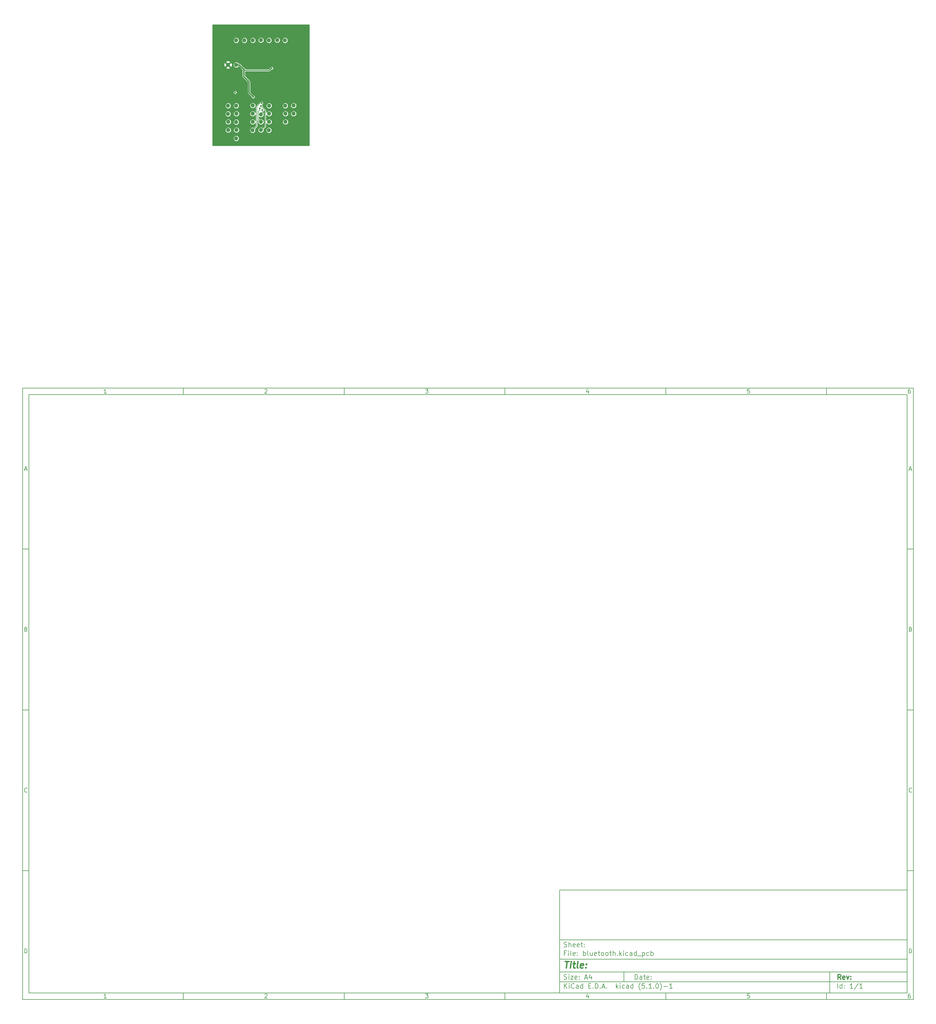
<source format=gbr>
G04 #@! TF.GenerationSoftware,KiCad,Pcbnew,(5.1.0)-1*
G04 #@! TF.CreationDate,2019-07-07T14:12:53+03:00*
G04 #@! TF.ProjectId,bluetooth,626c7565-746f-46f7-9468-2e6b69636164,rev?*
G04 #@! TF.SameCoordinates,Original*
G04 #@! TF.FileFunction,Copper,L32,Bot*
G04 #@! TF.FilePolarity,Positive*
%FSLAX46Y46*%
G04 Gerber Fmt 4.6, Leading zero omitted, Abs format (unit mm)*
G04 Created by KiCad (PCBNEW (5.1.0)-1) date 2019-07-07 14:12:53*
%MOMM*%
%LPD*%
G04 APERTURE LIST*
%ADD10C,0.100000*%
%ADD11C,0.150000*%
%ADD12C,0.300000*%
%ADD13C,0.400000*%
G04 #@! TA.AperFunction,ComponentPad*
%ADD14C,1.300000*%
G04 #@! TD*
G04 #@! TA.AperFunction,ViaPad*
%ADD15C,0.609600*%
G04 #@! TD*
G04 #@! TA.AperFunction,ViaPad*
%ADD16C,0.660000*%
G04 #@! TD*
G04 #@! TA.AperFunction,Conductor*
%ADD17C,0.152400*%
G04 #@! TD*
G04 #@! TA.AperFunction,Conductor*
%ADD18C,0.254000*%
G04 #@! TD*
G04 #@! TA.AperFunction,Conductor*
%ADD19C,0.381000*%
G04 #@! TD*
G04 APERTURE END LIST*
D10*
D11*
X177002200Y-166007200D02*
X177002200Y-198007200D01*
X285002200Y-198007200D01*
X285002200Y-166007200D01*
X177002200Y-166007200D01*
D10*
D11*
X10000000Y-10000000D02*
X10000000Y-200007200D01*
X287002200Y-200007200D01*
X287002200Y-10000000D01*
X10000000Y-10000000D01*
D10*
D11*
X12000000Y-12000000D02*
X12000000Y-198007200D01*
X285002200Y-198007200D01*
X285002200Y-12000000D01*
X12000000Y-12000000D01*
D10*
D11*
X60000000Y-12000000D02*
X60000000Y-10000000D01*
D10*
D11*
X110000000Y-12000000D02*
X110000000Y-10000000D01*
D10*
D11*
X160000000Y-12000000D02*
X160000000Y-10000000D01*
D10*
D11*
X210000000Y-12000000D02*
X210000000Y-10000000D01*
D10*
D11*
X260000000Y-12000000D02*
X260000000Y-10000000D01*
D10*
D11*
X36065476Y-11588095D02*
X35322619Y-11588095D01*
X35694047Y-11588095D02*
X35694047Y-10288095D01*
X35570238Y-10473809D01*
X35446428Y-10597619D01*
X35322619Y-10659523D01*
D10*
D11*
X85322619Y-10411904D02*
X85384523Y-10350000D01*
X85508333Y-10288095D01*
X85817857Y-10288095D01*
X85941666Y-10350000D01*
X86003571Y-10411904D01*
X86065476Y-10535714D01*
X86065476Y-10659523D01*
X86003571Y-10845238D01*
X85260714Y-11588095D01*
X86065476Y-11588095D01*
D10*
D11*
X135260714Y-10288095D02*
X136065476Y-10288095D01*
X135632142Y-10783333D01*
X135817857Y-10783333D01*
X135941666Y-10845238D01*
X136003571Y-10907142D01*
X136065476Y-11030952D01*
X136065476Y-11340476D01*
X136003571Y-11464285D01*
X135941666Y-11526190D01*
X135817857Y-11588095D01*
X135446428Y-11588095D01*
X135322619Y-11526190D01*
X135260714Y-11464285D01*
D10*
D11*
X185941666Y-10721428D02*
X185941666Y-11588095D01*
X185632142Y-10226190D02*
X185322619Y-11154761D01*
X186127380Y-11154761D01*
D10*
D11*
X236003571Y-10288095D02*
X235384523Y-10288095D01*
X235322619Y-10907142D01*
X235384523Y-10845238D01*
X235508333Y-10783333D01*
X235817857Y-10783333D01*
X235941666Y-10845238D01*
X236003571Y-10907142D01*
X236065476Y-11030952D01*
X236065476Y-11340476D01*
X236003571Y-11464285D01*
X235941666Y-11526190D01*
X235817857Y-11588095D01*
X235508333Y-11588095D01*
X235384523Y-11526190D01*
X235322619Y-11464285D01*
D10*
D11*
X285941666Y-10288095D02*
X285694047Y-10288095D01*
X285570238Y-10350000D01*
X285508333Y-10411904D01*
X285384523Y-10597619D01*
X285322619Y-10845238D01*
X285322619Y-11340476D01*
X285384523Y-11464285D01*
X285446428Y-11526190D01*
X285570238Y-11588095D01*
X285817857Y-11588095D01*
X285941666Y-11526190D01*
X286003571Y-11464285D01*
X286065476Y-11340476D01*
X286065476Y-11030952D01*
X286003571Y-10907142D01*
X285941666Y-10845238D01*
X285817857Y-10783333D01*
X285570238Y-10783333D01*
X285446428Y-10845238D01*
X285384523Y-10907142D01*
X285322619Y-11030952D01*
D10*
D11*
X60000000Y-198007200D02*
X60000000Y-200007200D01*
D10*
D11*
X110000000Y-198007200D02*
X110000000Y-200007200D01*
D10*
D11*
X160000000Y-198007200D02*
X160000000Y-200007200D01*
D10*
D11*
X210000000Y-198007200D02*
X210000000Y-200007200D01*
D10*
D11*
X260000000Y-198007200D02*
X260000000Y-200007200D01*
D10*
D11*
X36065476Y-199595295D02*
X35322619Y-199595295D01*
X35694047Y-199595295D02*
X35694047Y-198295295D01*
X35570238Y-198481009D01*
X35446428Y-198604819D01*
X35322619Y-198666723D01*
D10*
D11*
X85322619Y-198419104D02*
X85384523Y-198357200D01*
X85508333Y-198295295D01*
X85817857Y-198295295D01*
X85941666Y-198357200D01*
X86003571Y-198419104D01*
X86065476Y-198542914D01*
X86065476Y-198666723D01*
X86003571Y-198852438D01*
X85260714Y-199595295D01*
X86065476Y-199595295D01*
D10*
D11*
X135260714Y-198295295D02*
X136065476Y-198295295D01*
X135632142Y-198790533D01*
X135817857Y-198790533D01*
X135941666Y-198852438D01*
X136003571Y-198914342D01*
X136065476Y-199038152D01*
X136065476Y-199347676D01*
X136003571Y-199471485D01*
X135941666Y-199533390D01*
X135817857Y-199595295D01*
X135446428Y-199595295D01*
X135322619Y-199533390D01*
X135260714Y-199471485D01*
D10*
D11*
X185941666Y-198728628D02*
X185941666Y-199595295D01*
X185632142Y-198233390D02*
X185322619Y-199161961D01*
X186127380Y-199161961D01*
D10*
D11*
X236003571Y-198295295D02*
X235384523Y-198295295D01*
X235322619Y-198914342D01*
X235384523Y-198852438D01*
X235508333Y-198790533D01*
X235817857Y-198790533D01*
X235941666Y-198852438D01*
X236003571Y-198914342D01*
X236065476Y-199038152D01*
X236065476Y-199347676D01*
X236003571Y-199471485D01*
X235941666Y-199533390D01*
X235817857Y-199595295D01*
X235508333Y-199595295D01*
X235384523Y-199533390D01*
X235322619Y-199471485D01*
D10*
D11*
X285941666Y-198295295D02*
X285694047Y-198295295D01*
X285570238Y-198357200D01*
X285508333Y-198419104D01*
X285384523Y-198604819D01*
X285322619Y-198852438D01*
X285322619Y-199347676D01*
X285384523Y-199471485D01*
X285446428Y-199533390D01*
X285570238Y-199595295D01*
X285817857Y-199595295D01*
X285941666Y-199533390D01*
X286003571Y-199471485D01*
X286065476Y-199347676D01*
X286065476Y-199038152D01*
X286003571Y-198914342D01*
X285941666Y-198852438D01*
X285817857Y-198790533D01*
X285570238Y-198790533D01*
X285446428Y-198852438D01*
X285384523Y-198914342D01*
X285322619Y-199038152D01*
D10*
D11*
X10000000Y-60000000D02*
X12000000Y-60000000D01*
D10*
D11*
X10000000Y-110000000D02*
X12000000Y-110000000D01*
D10*
D11*
X10000000Y-160000000D02*
X12000000Y-160000000D01*
D10*
D11*
X10690476Y-35216666D02*
X11309523Y-35216666D01*
X10566666Y-35588095D02*
X11000000Y-34288095D01*
X11433333Y-35588095D01*
D10*
D11*
X11092857Y-84907142D02*
X11278571Y-84969047D01*
X11340476Y-85030952D01*
X11402380Y-85154761D01*
X11402380Y-85340476D01*
X11340476Y-85464285D01*
X11278571Y-85526190D01*
X11154761Y-85588095D01*
X10659523Y-85588095D01*
X10659523Y-84288095D01*
X11092857Y-84288095D01*
X11216666Y-84350000D01*
X11278571Y-84411904D01*
X11340476Y-84535714D01*
X11340476Y-84659523D01*
X11278571Y-84783333D01*
X11216666Y-84845238D01*
X11092857Y-84907142D01*
X10659523Y-84907142D01*
D10*
D11*
X11402380Y-135464285D02*
X11340476Y-135526190D01*
X11154761Y-135588095D01*
X11030952Y-135588095D01*
X10845238Y-135526190D01*
X10721428Y-135402380D01*
X10659523Y-135278571D01*
X10597619Y-135030952D01*
X10597619Y-134845238D01*
X10659523Y-134597619D01*
X10721428Y-134473809D01*
X10845238Y-134350000D01*
X11030952Y-134288095D01*
X11154761Y-134288095D01*
X11340476Y-134350000D01*
X11402380Y-134411904D01*
D10*
D11*
X10659523Y-185588095D02*
X10659523Y-184288095D01*
X10969047Y-184288095D01*
X11154761Y-184350000D01*
X11278571Y-184473809D01*
X11340476Y-184597619D01*
X11402380Y-184845238D01*
X11402380Y-185030952D01*
X11340476Y-185278571D01*
X11278571Y-185402380D01*
X11154761Y-185526190D01*
X10969047Y-185588095D01*
X10659523Y-185588095D01*
D10*
D11*
X287002200Y-60000000D02*
X285002200Y-60000000D01*
D10*
D11*
X287002200Y-110000000D02*
X285002200Y-110000000D01*
D10*
D11*
X287002200Y-160000000D02*
X285002200Y-160000000D01*
D10*
D11*
X285692676Y-35216666D02*
X286311723Y-35216666D01*
X285568866Y-35588095D02*
X286002200Y-34288095D01*
X286435533Y-35588095D01*
D10*
D11*
X286095057Y-84907142D02*
X286280771Y-84969047D01*
X286342676Y-85030952D01*
X286404580Y-85154761D01*
X286404580Y-85340476D01*
X286342676Y-85464285D01*
X286280771Y-85526190D01*
X286156961Y-85588095D01*
X285661723Y-85588095D01*
X285661723Y-84288095D01*
X286095057Y-84288095D01*
X286218866Y-84350000D01*
X286280771Y-84411904D01*
X286342676Y-84535714D01*
X286342676Y-84659523D01*
X286280771Y-84783333D01*
X286218866Y-84845238D01*
X286095057Y-84907142D01*
X285661723Y-84907142D01*
D10*
D11*
X286404580Y-135464285D02*
X286342676Y-135526190D01*
X286156961Y-135588095D01*
X286033152Y-135588095D01*
X285847438Y-135526190D01*
X285723628Y-135402380D01*
X285661723Y-135278571D01*
X285599819Y-135030952D01*
X285599819Y-134845238D01*
X285661723Y-134597619D01*
X285723628Y-134473809D01*
X285847438Y-134350000D01*
X286033152Y-134288095D01*
X286156961Y-134288095D01*
X286342676Y-134350000D01*
X286404580Y-134411904D01*
D10*
D11*
X285661723Y-185588095D02*
X285661723Y-184288095D01*
X285971247Y-184288095D01*
X286156961Y-184350000D01*
X286280771Y-184473809D01*
X286342676Y-184597619D01*
X286404580Y-184845238D01*
X286404580Y-185030952D01*
X286342676Y-185278571D01*
X286280771Y-185402380D01*
X286156961Y-185526190D01*
X285971247Y-185588095D01*
X285661723Y-185588095D01*
D10*
D11*
X200434342Y-193785771D02*
X200434342Y-192285771D01*
X200791485Y-192285771D01*
X201005771Y-192357200D01*
X201148628Y-192500057D01*
X201220057Y-192642914D01*
X201291485Y-192928628D01*
X201291485Y-193142914D01*
X201220057Y-193428628D01*
X201148628Y-193571485D01*
X201005771Y-193714342D01*
X200791485Y-193785771D01*
X200434342Y-193785771D01*
X202577200Y-193785771D02*
X202577200Y-193000057D01*
X202505771Y-192857200D01*
X202362914Y-192785771D01*
X202077200Y-192785771D01*
X201934342Y-192857200D01*
X202577200Y-193714342D02*
X202434342Y-193785771D01*
X202077200Y-193785771D01*
X201934342Y-193714342D01*
X201862914Y-193571485D01*
X201862914Y-193428628D01*
X201934342Y-193285771D01*
X202077200Y-193214342D01*
X202434342Y-193214342D01*
X202577200Y-193142914D01*
X203077200Y-192785771D02*
X203648628Y-192785771D01*
X203291485Y-192285771D02*
X203291485Y-193571485D01*
X203362914Y-193714342D01*
X203505771Y-193785771D01*
X203648628Y-193785771D01*
X204720057Y-193714342D02*
X204577200Y-193785771D01*
X204291485Y-193785771D01*
X204148628Y-193714342D01*
X204077200Y-193571485D01*
X204077200Y-193000057D01*
X204148628Y-192857200D01*
X204291485Y-192785771D01*
X204577200Y-192785771D01*
X204720057Y-192857200D01*
X204791485Y-193000057D01*
X204791485Y-193142914D01*
X204077200Y-193285771D01*
X205434342Y-193642914D02*
X205505771Y-193714342D01*
X205434342Y-193785771D01*
X205362914Y-193714342D01*
X205434342Y-193642914D01*
X205434342Y-193785771D01*
X205434342Y-192857200D02*
X205505771Y-192928628D01*
X205434342Y-193000057D01*
X205362914Y-192928628D01*
X205434342Y-192857200D01*
X205434342Y-193000057D01*
D10*
D11*
X177002200Y-194507200D02*
X285002200Y-194507200D01*
D10*
D11*
X178434342Y-196585771D02*
X178434342Y-195085771D01*
X179291485Y-196585771D02*
X178648628Y-195728628D01*
X179291485Y-195085771D02*
X178434342Y-195942914D01*
X179934342Y-196585771D02*
X179934342Y-195585771D01*
X179934342Y-195085771D02*
X179862914Y-195157200D01*
X179934342Y-195228628D01*
X180005771Y-195157200D01*
X179934342Y-195085771D01*
X179934342Y-195228628D01*
X181505771Y-196442914D02*
X181434342Y-196514342D01*
X181220057Y-196585771D01*
X181077200Y-196585771D01*
X180862914Y-196514342D01*
X180720057Y-196371485D01*
X180648628Y-196228628D01*
X180577200Y-195942914D01*
X180577200Y-195728628D01*
X180648628Y-195442914D01*
X180720057Y-195300057D01*
X180862914Y-195157200D01*
X181077200Y-195085771D01*
X181220057Y-195085771D01*
X181434342Y-195157200D01*
X181505771Y-195228628D01*
X182791485Y-196585771D02*
X182791485Y-195800057D01*
X182720057Y-195657200D01*
X182577200Y-195585771D01*
X182291485Y-195585771D01*
X182148628Y-195657200D01*
X182791485Y-196514342D02*
X182648628Y-196585771D01*
X182291485Y-196585771D01*
X182148628Y-196514342D01*
X182077200Y-196371485D01*
X182077200Y-196228628D01*
X182148628Y-196085771D01*
X182291485Y-196014342D01*
X182648628Y-196014342D01*
X182791485Y-195942914D01*
X184148628Y-196585771D02*
X184148628Y-195085771D01*
X184148628Y-196514342D02*
X184005771Y-196585771D01*
X183720057Y-196585771D01*
X183577200Y-196514342D01*
X183505771Y-196442914D01*
X183434342Y-196300057D01*
X183434342Y-195871485D01*
X183505771Y-195728628D01*
X183577200Y-195657200D01*
X183720057Y-195585771D01*
X184005771Y-195585771D01*
X184148628Y-195657200D01*
X186005771Y-195800057D02*
X186505771Y-195800057D01*
X186720057Y-196585771D02*
X186005771Y-196585771D01*
X186005771Y-195085771D01*
X186720057Y-195085771D01*
X187362914Y-196442914D02*
X187434342Y-196514342D01*
X187362914Y-196585771D01*
X187291485Y-196514342D01*
X187362914Y-196442914D01*
X187362914Y-196585771D01*
X188077200Y-196585771D02*
X188077200Y-195085771D01*
X188434342Y-195085771D01*
X188648628Y-195157200D01*
X188791485Y-195300057D01*
X188862914Y-195442914D01*
X188934342Y-195728628D01*
X188934342Y-195942914D01*
X188862914Y-196228628D01*
X188791485Y-196371485D01*
X188648628Y-196514342D01*
X188434342Y-196585771D01*
X188077200Y-196585771D01*
X189577200Y-196442914D02*
X189648628Y-196514342D01*
X189577200Y-196585771D01*
X189505771Y-196514342D01*
X189577200Y-196442914D01*
X189577200Y-196585771D01*
X190220057Y-196157200D02*
X190934342Y-196157200D01*
X190077200Y-196585771D02*
X190577200Y-195085771D01*
X191077200Y-196585771D01*
X191577200Y-196442914D02*
X191648628Y-196514342D01*
X191577200Y-196585771D01*
X191505771Y-196514342D01*
X191577200Y-196442914D01*
X191577200Y-196585771D01*
X194577200Y-196585771D02*
X194577200Y-195085771D01*
X194720057Y-196014342D02*
X195148628Y-196585771D01*
X195148628Y-195585771D02*
X194577200Y-196157200D01*
X195791485Y-196585771D02*
X195791485Y-195585771D01*
X195791485Y-195085771D02*
X195720057Y-195157200D01*
X195791485Y-195228628D01*
X195862914Y-195157200D01*
X195791485Y-195085771D01*
X195791485Y-195228628D01*
X197148628Y-196514342D02*
X197005771Y-196585771D01*
X196720057Y-196585771D01*
X196577200Y-196514342D01*
X196505771Y-196442914D01*
X196434342Y-196300057D01*
X196434342Y-195871485D01*
X196505771Y-195728628D01*
X196577200Y-195657200D01*
X196720057Y-195585771D01*
X197005771Y-195585771D01*
X197148628Y-195657200D01*
X198434342Y-196585771D02*
X198434342Y-195800057D01*
X198362914Y-195657200D01*
X198220057Y-195585771D01*
X197934342Y-195585771D01*
X197791485Y-195657200D01*
X198434342Y-196514342D02*
X198291485Y-196585771D01*
X197934342Y-196585771D01*
X197791485Y-196514342D01*
X197720057Y-196371485D01*
X197720057Y-196228628D01*
X197791485Y-196085771D01*
X197934342Y-196014342D01*
X198291485Y-196014342D01*
X198434342Y-195942914D01*
X199791485Y-196585771D02*
X199791485Y-195085771D01*
X199791485Y-196514342D02*
X199648628Y-196585771D01*
X199362914Y-196585771D01*
X199220057Y-196514342D01*
X199148628Y-196442914D01*
X199077200Y-196300057D01*
X199077200Y-195871485D01*
X199148628Y-195728628D01*
X199220057Y-195657200D01*
X199362914Y-195585771D01*
X199648628Y-195585771D01*
X199791485Y-195657200D01*
X202077200Y-197157200D02*
X202005771Y-197085771D01*
X201862914Y-196871485D01*
X201791485Y-196728628D01*
X201720057Y-196514342D01*
X201648628Y-196157200D01*
X201648628Y-195871485D01*
X201720057Y-195514342D01*
X201791485Y-195300057D01*
X201862914Y-195157200D01*
X202005771Y-194942914D01*
X202077200Y-194871485D01*
X203362914Y-195085771D02*
X202648628Y-195085771D01*
X202577200Y-195800057D01*
X202648628Y-195728628D01*
X202791485Y-195657200D01*
X203148628Y-195657200D01*
X203291485Y-195728628D01*
X203362914Y-195800057D01*
X203434342Y-195942914D01*
X203434342Y-196300057D01*
X203362914Y-196442914D01*
X203291485Y-196514342D01*
X203148628Y-196585771D01*
X202791485Y-196585771D01*
X202648628Y-196514342D01*
X202577200Y-196442914D01*
X204077200Y-196442914D02*
X204148628Y-196514342D01*
X204077200Y-196585771D01*
X204005771Y-196514342D01*
X204077200Y-196442914D01*
X204077200Y-196585771D01*
X205577200Y-196585771D02*
X204720057Y-196585771D01*
X205148628Y-196585771D02*
X205148628Y-195085771D01*
X205005771Y-195300057D01*
X204862914Y-195442914D01*
X204720057Y-195514342D01*
X206220057Y-196442914D02*
X206291485Y-196514342D01*
X206220057Y-196585771D01*
X206148628Y-196514342D01*
X206220057Y-196442914D01*
X206220057Y-196585771D01*
X207220057Y-195085771D02*
X207362914Y-195085771D01*
X207505771Y-195157200D01*
X207577200Y-195228628D01*
X207648628Y-195371485D01*
X207720057Y-195657200D01*
X207720057Y-196014342D01*
X207648628Y-196300057D01*
X207577200Y-196442914D01*
X207505771Y-196514342D01*
X207362914Y-196585771D01*
X207220057Y-196585771D01*
X207077200Y-196514342D01*
X207005771Y-196442914D01*
X206934342Y-196300057D01*
X206862914Y-196014342D01*
X206862914Y-195657200D01*
X206934342Y-195371485D01*
X207005771Y-195228628D01*
X207077200Y-195157200D01*
X207220057Y-195085771D01*
X208220057Y-197157200D02*
X208291485Y-197085771D01*
X208434342Y-196871485D01*
X208505771Y-196728628D01*
X208577200Y-196514342D01*
X208648628Y-196157200D01*
X208648628Y-195871485D01*
X208577200Y-195514342D01*
X208505771Y-195300057D01*
X208434342Y-195157200D01*
X208291485Y-194942914D01*
X208220057Y-194871485D01*
X209362914Y-196014342D02*
X210505771Y-196014342D01*
X212005771Y-196585771D02*
X211148628Y-196585771D01*
X211577200Y-196585771D02*
X211577200Y-195085771D01*
X211434342Y-195300057D01*
X211291485Y-195442914D01*
X211148628Y-195514342D01*
D10*
D11*
X177002200Y-191507200D02*
X285002200Y-191507200D01*
D10*
D12*
X264411485Y-193785771D02*
X263911485Y-193071485D01*
X263554342Y-193785771D02*
X263554342Y-192285771D01*
X264125771Y-192285771D01*
X264268628Y-192357200D01*
X264340057Y-192428628D01*
X264411485Y-192571485D01*
X264411485Y-192785771D01*
X264340057Y-192928628D01*
X264268628Y-193000057D01*
X264125771Y-193071485D01*
X263554342Y-193071485D01*
X265625771Y-193714342D02*
X265482914Y-193785771D01*
X265197200Y-193785771D01*
X265054342Y-193714342D01*
X264982914Y-193571485D01*
X264982914Y-193000057D01*
X265054342Y-192857200D01*
X265197200Y-192785771D01*
X265482914Y-192785771D01*
X265625771Y-192857200D01*
X265697200Y-193000057D01*
X265697200Y-193142914D01*
X264982914Y-193285771D01*
X266197200Y-192785771D02*
X266554342Y-193785771D01*
X266911485Y-192785771D01*
X267482914Y-193642914D02*
X267554342Y-193714342D01*
X267482914Y-193785771D01*
X267411485Y-193714342D01*
X267482914Y-193642914D01*
X267482914Y-193785771D01*
X267482914Y-192857200D02*
X267554342Y-192928628D01*
X267482914Y-193000057D01*
X267411485Y-192928628D01*
X267482914Y-192857200D01*
X267482914Y-193000057D01*
D10*
D11*
X178362914Y-193714342D02*
X178577200Y-193785771D01*
X178934342Y-193785771D01*
X179077200Y-193714342D01*
X179148628Y-193642914D01*
X179220057Y-193500057D01*
X179220057Y-193357200D01*
X179148628Y-193214342D01*
X179077200Y-193142914D01*
X178934342Y-193071485D01*
X178648628Y-193000057D01*
X178505771Y-192928628D01*
X178434342Y-192857200D01*
X178362914Y-192714342D01*
X178362914Y-192571485D01*
X178434342Y-192428628D01*
X178505771Y-192357200D01*
X178648628Y-192285771D01*
X179005771Y-192285771D01*
X179220057Y-192357200D01*
X179862914Y-193785771D02*
X179862914Y-192785771D01*
X179862914Y-192285771D02*
X179791485Y-192357200D01*
X179862914Y-192428628D01*
X179934342Y-192357200D01*
X179862914Y-192285771D01*
X179862914Y-192428628D01*
X180434342Y-192785771D02*
X181220057Y-192785771D01*
X180434342Y-193785771D01*
X181220057Y-193785771D01*
X182362914Y-193714342D02*
X182220057Y-193785771D01*
X181934342Y-193785771D01*
X181791485Y-193714342D01*
X181720057Y-193571485D01*
X181720057Y-193000057D01*
X181791485Y-192857200D01*
X181934342Y-192785771D01*
X182220057Y-192785771D01*
X182362914Y-192857200D01*
X182434342Y-193000057D01*
X182434342Y-193142914D01*
X181720057Y-193285771D01*
X183077200Y-193642914D02*
X183148628Y-193714342D01*
X183077200Y-193785771D01*
X183005771Y-193714342D01*
X183077200Y-193642914D01*
X183077200Y-193785771D01*
X183077200Y-192857200D02*
X183148628Y-192928628D01*
X183077200Y-193000057D01*
X183005771Y-192928628D01*
X183077200Y-192857200D01*
X183077200Y-193000057D01*
X184862914Y-193357200D02*
X185577200Y-193357200D01*
X184720057Y-193785771D02*
X185220057Y-192285771D01*
X185720057Y-193785771D01*
X186862914Y-192785771D02*
X186862914Y-193785771D01*
X186505771Y-192214342D02*
X186148628Y-193285771D01*
X187077200Y-193285771D01*
D10*
D11*
X263434342Y-196585771D02*
X263434342Y-195085771D01*
X264791485Y-196585771D02*
X264791485Y-195085771D01*
X264791485Y-196514342D02*
X264648628Y-196585771D01*
X264362914Y-196585771D01*
X264220057Y-196514342D01*
X264148628Y-196442914D01*
X264077200Y-196300057D01*
X264077200Y-195871485D01*
X264148628Y-195728628D01*
X264220057Y-195657200D01*
X264362914Y-195585771D01*
X264648628Y-195585771D01*
X264791485Y-195657200D01*
X265505771Y-196442914D02*
X265577200Y-196514342D01*
X265505771Y-196585771D01*
X265434342Y-196514342D01*
X265505771Y-196442914D01*
X265505771Y-196585771D01*
X265505771Y-195657200D02*
X265577200Y-195728628D01*
X265505771Y-195800057D01*
X265434342Y-195728628D01*
X265505771Y-195657200D01*
X265505771Y-195800057D01*
X268148628Y-196585771D02*
X267291485Y-196585771D01*
X267720057Y-196585771D02*
X267720057Y-195085771D01*
X267577200Y-195300057D01*
X267434342Y-195442914D01*
X267291485Y-195514342D01*
X269862914Y-195014342D02*
X268577200Y-196942914D01*
X271148628Y-196585771D02*
X270291485Y-196585771D01*
X270720057Y-196585771D02*
X270720057Y-195085771D01*
X270577200Y-195300057D01*
X270434342Y-195442914D01*
X270291485Y-195514342D01*
D10*
D11*
X177002200Y-187507200D02*
X285002200Y-187507200D01*
D10*
D13*
X178714580Y-188211961D02*
X179857438Y-188211961D01*
X179036009Y-190211961D02*
X179286009Y-188211961D01*
X180274104Y-190211961D02*
X180440771Y-188878628D01*
X180524104Y-188211961D02*
X180416961Y-188307200D01*
X180500295Y-188402438D01*
X180607438Y-188307200D01*
X180524104Y-188211961D01*
X180500295Y-188402438D01*
X181107438Y-188878628D02*
X181869342Y-188878628D01*
X181476485Y-188211961D02*
X181262200Y-189926247D01*
X181333628Y-190116723D01*
X181512200Y-190211961D01*
X181702676Y-190211961D01*
X182655057Y-190211961D02*
X182476485Y-190116723D01*
X182405057Y-189926247D01*
X182619342Y-188211961D01*
X184190771Y-190116723D02*
X183988390Y-190211961D01*
X183607438Y-190211961D01*
X183428866Y-190116723D01*
X183357438Y-189926247D01*
X183452676Y-189164342D01*
X183571723Y-188973866D01*
X183774104Y-188878628D01*
X184155057Y-188878628D01*
X184333628Y-188973866D01*
X184405057Y-189164342D01*
X184381247Y-189354819D01*
X183405057Y-189545295D01*
X185155057Y-190021485D02*
X185238390Y-190116723D01*
X185131247Y-190211961D01*
X185047914Y-190116723D01*
X185155057Y-190021485D01*
X185131247Y-190211961D01*
X185286009Y-188973866D02*
X185369342Y-189069104D01*
X185262200Y-189164342D01*
X185178866Y-189069104D01*
X185286009Y-188973866D01*
X185262200Y-189164342D01*
D10*
D11*
X178934342Y-185600057D02*
X178434342Y-185600057D01*
X178434342Y-186385771D02*
X178434342Y-184885771D01*
X179148628Y-184885771D01*
X179720057Y-186385771D02*
X179720057Y-185385771D01*
X179720057Y-184885771D02*
X179648628Y-184957200D01*
X179720057Y-185028628D01*
X179791485Y-184957200D01*
X179720057Y-184885771D01*
X179720057Y-185028628D01*
X180648628Y-186385771D02*
X180505771Y-186314342D01*
X180434342Y-186171485D01*
X180434342Y-184885771D01*
X181791485Y-186314342D02*
X181648628Y-186385771D01*
X181362914Y-186385771D01*
X181220057Y-186314342D01*
X181148628Y-186171485D01*
X181148628Y-185600057D01*
X181220057Y-185457200D01*
X181362914Y-185385771D01*
X181648628Y-185385771D01*
X181791485Y-185457200D01*
X181862914Y-185600057D01*
X181862914Y-185742914D01*
X181148628Y-185885771D01*
X182505771Y-186242914D02*
X182577200Y-186314342D01*
X182505771Y-186385771D01*
X182434342Y-186314342D01*
X182505771Y-186242914D01*
X182505771Y-186385771D01*
X182505771Y-185457200D02*
X182577200Y-185528628D01*
X182505771Y-185600057D01*
X182434342Y-185528628D01*
X182505771Y-185457200D01*
X182505771Y-185600057D01*
X184362914Y-186385771D02*
X184362914Y-184885771D01*
X184362914Y-185457200D02*
X184505771Y-185385771D01*
X184791485Y-185385771D01*
X184934342Y-185457200D01*
X185005771Y-185528628D01*
X185077200Y-185671485D01*
X185077200Y-186100057D01*
X185005771Y-186242914D01*
X184934342Y-186314342D01*
X184791485Y-186385771D01*
X184505771Y-186385771D01*
X184362914Y-186314342D01*
X185934342Y-186385771D02*
X185791485Y-186314342D01*
X185720057Y-186171485D01*
X185720057Y-184885771D01*
X187148628Y-185385771D02*
X187148628Y-186385771D01*
X186505771Y-185385771D02*
X186505771Y-186171485D01*
X186577200Y-186314342D01*
X186720057Y-186385771D01*
X186934342Y-186385771D01*
X187077200Y-186314342D01*
X187148628Y-186242914D01*
X188434342Y-186314342D02*
X188291485Y-186385771D01*
X188005771Y-186385771D01*
X187862914Y-186314342D01*
X187791485Y-186171485D01*
X187791485Y-185600057D01*
X187862914Y-185457200D01*
X188005771Y-185385771D01*
X188291485Y-185385771D01*
X188434342Y-185457200D01*
X188505771Y-185600057D01*
X188505771Y-185742914D01*
X187791485Y-185885771D01*
X188934342Y-185385771D02*
X189505771Y-185385771D01*
X189148628Y-184885771D02*
X189148628Y-186171485D01*
X189220057Y-186314342D01*
X189362914Y-186385771D01*
X189505771Y-186385771D01*
X190220057Y-186385771D02*
X190077200Y-186314342D01*
X190005771Y-186242914D01*
X189934342Y-186100057D01*
X189934342Y-185671485D01*
X190005771Y-185528628D01*
X190077200Y-185457200D01*
X190220057Y-185385771D01*
X190434342Y-185385771D01*
X190577200Y-185457200D01*
X190648628Y-185528628D01*
X190720057Y-185671485D01*
X190720057Y-186100057D01*
X190648628Y-186242914D01*
X190577200Y-186314342D01*
X190434342Y-186385771D01*
X190220057Y-186385771D01*
X191577200Y-186385771D02*
X191434342Y-186314342D01*
X191362914Y-186242914D01*
X191291485Y-186100057D01*
X191291485Y-185671485D01*
X191362914Y-185528628D01*
X191434342Y-185457200D01*
X191577200Y-185385771D01*
X191791485Y-185385771D01*
X191934342Y-185457200D01*
X192005771Y-185528628D01*
X192077200Y-185671485D01*
X192077200Y-186100057D01*
X192005771Y-186242914D01*
X191934342Y-186314342D01*
X191791485Y-186385771D01*
X191577200Y-186385771D01*
X192505771Y-185385771D02*
X193077200Y-185385771D01*
X192720057Y-184885771D02*
X192720057Y-186171485D01*
X192791485Y-186314342D01*
X192934342Y-186385771D01*
X193077200Y-186385771D01*
X193577200Y-186385771D02*
X193577200Y-184885771D01*
X194220057Y-186385771D02*
X194220057Y-185600057D01*
X194148628Y-185457200D01*
X194005771Y-185385771D01*
X193791485Y-185385771D01*
X193648628Y-185457200D01*
X193577200Y-185528628D01*
X194934342Y-186242914D02*
X195005771Y-186314342D01*
X194934342Y-186385771D01*
X194862914Y-186314342D01*
X194934342Y-186242914D01*
X194934342Y-186385771D01*
X195648628Y-186385771D02*
X195648628Y-184885771D01*
X195791485Y-185814342D02*
X196220057Y-186385771D01*
X196220057Y-185385771D02*
X195648628Y-185957200D01*
X196862914Y-186385771D02*
X196862914Y-185385771D01*
X196862914Y-184885771D02*
X196791485Y-184957200D01*
X196862914Y-185028628D01*
X196934342Y-184957200D01*
X196862914Y-184885771D01*
X196862914Y-185028628D01*
X198220057Y-186314342D02*
X198077200Y-186385771D01*
X197791485Y-186385771D01*
X197648628Y-186314342D01*
X197577200Y-186242914D01*
X197505771Y-186100057D01*
X197505771Y-185671485D01*
X197577200Y-185528628D01*
X197648628Y-185457200D01*
X197791485Y-185385771D01*
X198077200Y-185385771D01*
X198220057Y-185457200D01*
X199505771Y-186385771D02*
X199505771Y-185600057D01*
X199434342Y-185457200D01*
X199291485Y-185385771D01*
X199005771Y-185385771D01*
X198862914Y-185457200D01*
X199505771Y-186314342D02*
X199362914Y-186385771D01*
X199005771Y-186385771D01*
X198862914Y-186314342D01*
X198791485Y-186171485D01*
X198791485Y-186028628D01*
X198862914Y-185885771D01*
X199005771Y-185814342D01*
X199362914Y-185814342D01*
X199505771Y-185742914D01*
X200862914Y-186385771D02*
X200862914Y-184885771D01*
X200862914Y-186314342D02*
X200720057Y-186385771D01*
X200434342Y-186385771D01*
X200291485Y-186314342D01*
X200220057Y-186242914D01*
X200148628Y-186100057D01*
X200148628Y-185671485D01*
X200220057Y-185528628D01*
X200291485Y-185457200D01*
X200434342Y-185385771D01*
X200720057Y-185385771D01*
X200862914Y-185457200D01*
X201220057Y-186528628D02*
X202362914Y-186528628D01*
X202720057Y-185385771D02*
X202720057Y-186885771D01*
X202720057Y-185457200D02*
X202862914Y-185385771D01*
X203148628Y-185385771D01*
X203291485Y-185457200D01*
X203362914Y-185528628D01*
X203434342Y-185671485D01*
X203434342Y-186100057D01*
X203362914Y-186242914D01*
X203291485Y-186314342D01*
X203148628Y-186385771D01*
X202862914Y-186385771D01*
X202720057Y-186314342D01*
X204720057Y-186314342D02*
X204577200Y-186385771D01*
X204291485Y-186385771D01*
X204148628Y-186314342D01*
X204077200Y-186242914D01*
X204005771Y-186100057D01*
X204005771Y-185671485D01*
X204077200Y-185528628D01*
X204148628Y-185457200D01*
X204291485Y-185385771D01*
X204577200Y-185385771D01*
X204720057Y-185457200D01*
X205362914Y-186385771D02*
X205362914Y-184885771D01*
X205362914Y-185457200D02*
X205505771Y-185385771D01*
X205791485Y-185385771D01*
X205934342Y-185457200D01*
X206005771Y-185528628D01*
X206077200Y-185671485D01*
X206077200Y-186100057D01*
X206005771Y-186242914D01*
X205934342Y-186314342D01*
X205791485Y-186385771D01*
X205505771Y-186385771D01*
X205362914Y-186314342D01*
D10*
D11*
X177002200Y-181507200D02*
X285002200Y-181507200D01*
D10*
D11*
X178362914Y-183614342D02*
X178577200Y-183685771D01*
X178934342Y-183685771D01*
X179077200Y-183614342D01*
X179148628Y-183542914D01*
X179220057Y-183400057D01*
X179220057Y-183257200D01*
X179148628Y-183114342D01*
X179077200Y-183042914D01*
X178934342Y-182971485D01*
X178648628Y-182900057D01*
X178505771Y-182828628D01*
X178434342Y-182757200D01*
X178362914Y-182614342D01*
X178362914Y-182471485D01*
X178434342Y-182328628D01*
X178505771Y-182257200D01*
X178648628Y-182185771D01*
X179005771Y-182185771D01*
X179220057Y-182257200D01*
X179862914Y-183685771D02*
X179862914Y-182185771D01*
X180505771Y-183685771D02*
X180505771Y-182900057D01*
X180434342Y-182757200D01*
X180291485Y-182685771D01*
X180077200Y-182685771D01*
X179934342Y-182757200D01*
X179862914Y-182828628D01*
X181791485Y-183614342D02*
X181648628Y-183685771D01*
X181362914Y-183685771D01*
X181220057Y-183614342D01*
X181148628Y-183471485D01*
X181148628Y-182900057D01*
X181220057Y-182757200D01*
X181362914Y-182685771D01*
X181648628Y-182685771D01*
X181791485Y-182757200D01*
X181862914Y-182900057D01*
X181862914Y-183042914D01*
X181148628Y-183185771D01*
X183077200Y-183614342D02*
X182934342Y-183685771D01*
X182648628Y-183685771D01*
X182505771Y-183614342D01*
X182434342Y-183471485D01*
X182434342Y-182900057D01*
X182505771Y-182757200D01*
X182648628Y-182685771D01*
X182934342Y-182685771D01*
X183077200Y-182757200D01*
X183148628Y-182900057D01*
X183148628Y-183042914D01*
X182434342Y-183185771D01*
X183577200Y-182685771D02*
X184148628Y-182685771D01*
X183791485Y-182185771D02*
X183791485Y-183471485D01*
X183862914Y-183614342D01*
X184005771Y-183685771D01*
X184148628Y-183685771D01*
X184648628Y-183542914D02*
X184720057Y-183614342D01*
X184648628Y-183685771D01*
X184577200Y-183614342D01*
X184648628Y-183542914D01*
X184648628Y-183685771D01*
X184648628Y-182757200D02*
X184720057Y-182828628D01*
X184648628Y-182900057D01*
X184577200Y-182828628D01*
X184648628Y-182757200D01*
X184648628Y-182900057D01*
D10*
D11*
X197002200Y-191507200D02*
X197002200Y-194507200D01*
D10*
D11*
X261002200Y-191507200D02*
X261002200Y-198007200D01*
D14*
G04 #@! TO.P,U22,1*
G04 #@! TO.N,Net-(U22-Pad1)*
X86650000Y77830000D03*
G04 #@! TD*
G04 #@! TO.P,U26,GND*
G04 #@! TO.N,GND*
X73890000Y90530000D03*
G04 #@! TD*
G04 #@! TO.P,U8,1*
G04 #@! TO.N,N/C*
X76430000Y90530000D03*
G04 #@! TD*
G04 #@! TO.P,U33,1*
G04 #@! TO.N,N/C*
X76430000Y77830000D03*
G04 #@! TD*
G04 #@! TO.P,U31,1*
G04 #@! TO.N,N/C*
X81510000Y70210000D03*
G04 #@! TD*
G04 #@! TO.P,U25,1*
G04 #@! TO.N,N/C*
X73950000Y72800000D03*
G04 #@! TD*
G04 #@! TO.P,U20,1*
G04 #@! TO.N,N/C*
X84110000Y72800000D03*
G04 #@! TD*
G04 #@! TO.P,U19,1*
G04 #@! TO.N,N/C*
X91670000Y77830000D03*
G04 #@! TD*
G04 #@! TO.P,U32,1*
G04 #@! TO.N,Net-(U32-Pad1)*
X73890000Y75290000D03*
G04 #@! TD*
G04 #@! TO.P,U30,1*
G04 #@! TO.N,Net-(U30-Pad1)*
X76430000Y72750000D03*
G04 #@! TD*
G04 #@! TO.P,U29,1*
G04 #@! TO.N,Net-(U29-Pad1)*
X73890000Y77830000D03*
G04 #@! TD*
G04 #@! TO.P,U28,1*
G04 #@! TO.N,Net-(U28-Pad1)*
X73950000Y70260000D03*
G04 #@! TD*
G04 #@! TO.P,U27,1*
G04 #@! TO.N,Net-(U27-Pad1)*
X84110000Y70260000D03*
G04 #@! TD*
G04 #@! TO.P,U24,1*
G04 #@! TO.N,Net-(U24-Pad1)*
X76430000Y67670000D03*
G04 #@! TD*
G04 #@! TO.P,U23,1*
G04 #@! TO.N,Net-(U23-Pad1)*
X86590000Y70210000D03*
G04 #@! TD*
G04 #@! TO.P,U22,1*
G04 #@! TO.N,Net-(U22-Pad1)*
X86650000Y75340000D03*
G04 #@! TD*
G04 #@! TO.P,U21,1*
G04 #@! TO.N,Net-(U21-Pad1)*
X76490000Y75340000D03*
G04 #@! TD*
G04 #@! TO.P,U18,1*
G04 #@! TO.N,Net-(U18-Pad1)*
X84140000Y75110000D03*
G04 #@! TD*
G04 #@! TO.P,U17,1*
G04 #@! TO.N,Net-(U17-Pad1)*
X81570000Y72800000D03*
G04 #@! TD*
G04 #@! TO.P,U16,1*
G04 #@! TO.N,Net-(U16-Pad1)*
X91730000Y75340000D03*
G04 #@! TD*
G04 #@! TO.P,U15,1*
G04 #@! TO.N,Net-(U15-Pad1)*
X94270000Y77880000D03*
G04 #@! TD*
G04 #@! TO.P,U14,1*
G04 #@! TO.N,Net-(U14-Pad1)*
X81570000Y77880000D03*
G04 #@! TD*
G04 #@! TO.P,U13,1*
G04 #@! TO.N,Net-(U13-Pad1)*
X86650000Y72800000D03*
G04 #@! TD*
G04 #@! TO.P,U12,1*
G04 #@! TO.N,Net-(U12-Pad1)*
X94270000Y75340000D03*
G04 #@! TD*
G04 #@! TO.P,U11,1*
G04 #@! TO.N,Net-(U11-Pad1)*
X81570000Y75340000D03*
G04 #@! TD*
G04 #@! TO.P,U10,1*
G04 #@! TO.N,Net-(U10-Pad1)*
X91730000Y72800000D03*
G04 #@! TD*
G04 #@! TO.P,U9,1*
G04 #@! TO.N,Net-(U9-Pad1)*
X76490000Y70260000D03*
G04 #@! TD*
G04 #@! TO.P,U7,1*
G04 #@! TO.N,Net-(U7-Pad1)*
X76430000Y98150000D03*
G04 #@! TD*
G04 #@! TO.P,U6,1*
G04 #@! TO.N,Net-(U6-Pad1)*
X84110000Y98200000D03*
G04 #@! TD*
G04 #@! TO.P,U5,1*
G04 #@! TO.N,Net-(U5-Pad1)*
X78970000Y98150000D03*
G04 #@! TD*
G04 #@! TO.P,U4,1*
G04 #@! TO.N,Net-(U4-Pad1)*
X86590000Y98150000D03*
G04 #@! TD*
G04 #@! TO.P,U3,1*
G04 #@! TO.N,Net-(U3-Pad1)*
X89190000Y98200000D03*
G04 #@! TD*
G04 #@! TO.P,U2,1*
G04 #@! TO.N,Net-(U15-Pad1)*
X81590000Y98150000D03*
G04 #@! TD*
G04 #@! TO.P,U1,1*
G04 #@! TO.N,Net-(U1-Pad1)*
X91590000Y98150000D03*
G04 #@! TD*
D15*
G04 #@! TO.N,*
X84525440Y76454030D03*
X84319540Y78653980D03*
X84091340Y77763700D03*
X83782310Y76998500D03*
G04 #@! TO.N,VDD_NRF*
X87433170Y89505000D03*
X81718340Y80589420D03*
X78775930Y89168620D03*
G04 #@! TO.N,P0.04/AIN2*
X76079540Y81986420D03*
G04 #@! TO.N,GND*
X83775740Y91257420D03*
X81794540Y94432420D03*
X87331570Y90589200D03*
X83216850Y89657310D03*
X92589450Y94432480D03*
X86874450Y94432480D03*
X80594610Y89571750D03*
X76895520Y93610250D03*
X79838740Y94432420D03*
X83766330Y94432510D03*
X77019340Y85288420D03*
X76079540Y80589420D03*
X92589540Y80589420D03*
X89236740Y80589420D03*
X92589450Y84151820D03*
X90777160Y83590630D03*
X92589450Y85828220D03*
X92589430Y88768320D03*
X89973170Y91613200D03*
X92589450Y92908480D03*
X89008050Y91409910D03*
X88144450Y91409910D03*
X83766330Y92883110D03*
X75114230Y89538770D03*
X79292310Y90379180D03*
X77954720Y94824460D03*
X73137090Y92100460D03*
X80778540Y80564020D03*
X81108740Y82491620D03*
X77234690Y87488080D03*
X78314740Y92832220D03*
X91548140Y88722580D03*
D16*
X82305940Y87291620D03*
X83505930Y87291620D03*
X84705930Y87291620D03*
X85905930Y87291620D03*
X82305940Y86091620D03*
X83505930Y86091620D03*
X84705930Y86091620D03*
X85905930Y86091620D03*
X82305940Y84891620D03*
X83505930Y84891620D03*
X84705930Y84891620D03*
X85905930Y84891620D03*
X82305940Y83691620D03*
X83505930Y83691620D03*
X84705930Y83691620D03*
X85905930Y83691620D03*
D15*
X90684540Y88057020D03*
X90684540Y87218820D03*
X90129730Y85841220D03*
X89236740Y83586620D03*
G04 #@! TD*
D17*
G04 #@! TO.N,*
X84525440Y75751120D02*
X84525440Y76454030D01*
X84105940Y75331620D02*
X84525440Y75751120D01*
X83879270Y78653980D02*
X84319540Y78653980D01*
X82805230Y77579940D02*
X83879270Y78653980D01*
X82805230Y71490910D02*
X82805230Y77579940D01*
X81565940Y70251620D02*
X82805230Y71490910D01*
X84091340Y77763700D02*
X85476080Y76378960D01*
X84179220Y70083050D02*
X85476080Y71379910D01*
X85476080Y71379910D02*
X85476080Y76378960D01*
X83782310Y76505870D02*
X83782310Y76998500D01*
X83227330Y75950890D02*
X83782310Y76505870D01*
X83227330Y73670220D02*
X83227330Y75950890D01*
X83227330Y73670220D02*
X84105940Y72791620D01*
D18*
G04 #@! TO.N,VDD_NRF*
X79100120Y88844420D02*
X86772590Y88844420D01*
D19*
X80398820Y81908930D02*
X81718340Y80589420D01*
X78775930Y86930710D02*
X80398820Y85307820D01*
X80398820Y81908930D02*
X80398820Y85307820D01*
D18*
X86772590Y88844420D02*
X87433170Y89505000D01*
X78775930Y89168620D02*
X79100120Y88844420D01*
D19*
X78775930Y86930710D02*
X78775930Y89168620D01*
X77372920Y90571620D02*
X78775930Y89168620D01*
X76485940Y90571620D02*
X77372920Y90571620D01*
G04 #@! TD*
D18*
G04 #@! TO.N,GND*
G36*
X99051300Y65466260D02*
G01*
X69160580Y65466260D01*
X69160580Y67761538D01*
X75500600Y67761538D01*
X75500600Y67578462D01*
X75536316Y67398904D01*
X75606376Y67229764D01*
X75708088Y67077542D01*
X75837542Y66948088D01*
X75989764Y66846376D01*
X76158904Y66776316D01*
X76338462Y66740600D01*
X76521538Y66740600D01*
X76701096Y66776316D01*
X76870236Y66846376D01*
X77022458Y66948088D01*
X77151912Y67077542D01*
X77253624Y67229764D01*
X77323684Y67398904D01*
X77359400Y67578462D01*
X77359400Y67761538D01*
X77323684Y67941096D01*
X77253624Y68110236D01*
X77151912Y68262458D01*
X77022458Y68391912D01*
X76870236Y68493624D01*
X76701096Y68563684D01*
X76521538Y68599400D01*
X76338462Y68599400D01*
X76158904Y68563684D01*
X75989764Y68493624D01*
X75837542Y68391912D01*
X75708088Y68262458D01*
X75606376Y68110236D01*
X75536316Y67941096D01*
X75500600Y67761538D01*
X69160580Y67761538D01*
X69160580Y70351538D01*
X73020600Y70351538D01*
X73020600Y70168462D01*
X73056316Y69988904D01*
X73126376Y69819764D01*
X73228088Y69667542D01*
X73357542Y69538088D01*
X73509764Y69436376D01*
X73678904Y69366316D01*
X73858462Y69330600D01*
X74041538Y69330600D01*
X74221096Y69366316D01*
X74390236Y69436376D01*
X74542458Y69538088D01*
X74671912Y69667542D01*
X74773624Y69819764D01*
X74843684Y69988904D01*
X74879400Y70168462D01*
X74879400Y70351538D01*
X75560600Y70351538D01*
X75560600Y70168462D01*
X75596316Y69988904D01*
X75666376Y69819764D01*
X75768088Y69667542D01*
X75897542Y69538088D01*
X76049764Y69436376D01*
X76218904Y69366316D01*
X76398462Y69330600D01*
X76581538Y69330600D01*
X76761096Y69366316D01*
X76930236Y69436376D01*
X77082458Y69538088D01*
X77211912Y69667542D01*
X77313624Y69819764D01*
X77383684Y69988904D01*
X77419400Y70168462D01*
X77419400Y70301538D01*
X80580600Y70301538D01*
X80580600Y70118462D01*
X80616316Y69938904D01*
X80686376Y69769764D01*
X80788088Y69617542D01*
X80917542Y69488088D01*
X81069764Y69386376D01*
X81238904Y69316316D01*
X81418462Y69280600D01*
X81601538Y69280600D01*
X81781096Y69316316D01*
X81950236Y69386376D01*
X82102458Y69488088D01*
X82231912Y69617542D01*
X82333624Y69769764D01*
X82403684Y69938904D01*
X82439400Y70118462D01*
X82439400Y70301538D01*
X82403684Y70481096D01*
X82372821Y70555607D01*
X83044334Y71227120D01*
X83057892Y71238247D01*
X83069020Y71251806D01*
X83069025Y71251811D01*
X83102331Y71292394D01*
X83111848Y71310199D01*
X83135351Y71354170D01*
X83155684Y71421200D01*
X83160830Y71473447D01*
X83160830Y71473455D01*
X83162549Y71490910D01*
X83160830Y71508365D01*
X83160830Y73233828D01*
X83247728Y73146931D01*
X83216316Y73071096D01*
X83180600Y72891538D01*
X83180600Y72708462D01*
X83216316Y72528904D01*
X83286376Y72359764D01*
X83388088Y72207542D01*
X83517542Y72078088D01*
X83669764Y71976376D01*
X83838904Y71906316D01*
X84018462Y71870600D01*
X84201538Y71870600D01*
X84381096Y71906316D01*
X84550236Y71976376D01*
X84702458Y72078088D01*
X84831912Y72207542D01*
X84933624Y72359764D01*
X85003684Y72528904D01*
X85039400Y72708462D01*
X85039400Y72891538D01*
X85003684Y73071096D01*
X84933624Y73240236D01*
X84831912Y73392458D01*
X84702458Y73521912D01*
X84550236Y73623624D01*
X84381096Y73693684D01*
X84201538Y73729400D01*
X84018462Y73729400D01*
X83838904Y73693684D01*
X83745466Y73654981D01*
X83582930Y73817514D01*
X83582930Y74364442D01*
X83699764Y74286376D01*
X83868904Y74216316D01*
X84048462Y74180600D01*
X84231538Y74180600D01*
X84411096Y74216316D01*
X84580236Y74286376D01*
X84732458Y74388088D01*
X84861912Y74517542D01*
X84963624Y74669764D01*
X85033684Y74838904D01*
X85069400Y75018462D01*
X85069400Y75201538D01*
X85033684Y75381096D01*
X84963624Y75550236D01*
X84875905Y75681517D01*
X84881040Y75733657D01*
X84881040Y75733665D01*
X84882759Y75751120D01*
X84881040Y75768575D01*
X84881040Y75989022D01*
X84897846Y76000252D01*
X84979218Y76081624D01*
X85043152Y76177307D01*
X85081722Y76270423D01*
X85120481Y76231664D01*
X85120480Y71527204D01*
X84626166Y71032889D01*
X84550236Y71083624D01*
X84381096Y71153684D01*
X84201538Y71189400D01*
X84018462Y71189400D01*
X83838904Y71153684D01*
X83669764Y71083624D01*
X83517542Y70981912D01*
X83388088Y70852458D01*
X83286376Y70700236D01*
X83216316Y70531096D01*
X83180600Y70351538D01*
X83180600Y70168462D01*
X83216316Y69988904D01*
X83286376Y69819764D01*
X83388088Y69667542D01*
X83517542Y69538088D01*
X83669764Y69436376D01*
X83838904Y69366316D01*
X84018462Y69330600D01*
X84201538Y69330600D01*
X84381096Y69366316D01*
X84550236Y69436376D01*
X84702458Y69538088D01*
X84831912Y69667542D01*
X84933624Y69819764D01*
X85003684Y69988904D01*
X85039400Y70168462D01*
X85039400Y70301538D01*
X85660600Y70301538D01*
X85660600Y70118462D01*
X85696316Y69938904D01*
X85766376Y69769764D01*
X85868088Y69617542D01*
X85997542Y69488088D01*
X86149764Y69386376D01*
X86318904Y69316316D01*
X86498462Y69280600D01*
X86681538Y69280600D01*
X86861096Y69316316D01*
X87030236Y69386376D01*
X87182458Y69488088D01*
X87311912Y69617542D01*
X87413624Y69769764D01*
X87483684Y69938904D01*
X87519400Y70118462D01*
X87519400Y70301538D01*
X87483684Y70481096D01*
X87413624Y70650236D01*
X87311912Y70802458D01*
X87182458Y70931912D01*
X87030236Y71033624D01*
X86861096Y71103684D01*
X86681538Y71139400D01*
X86498462Y71139400D01*
X86318904Y71103684D01*
X86149764Y71033624D01*
X85997542Y70931912D01*
X85868088Y70802458D01*
X85766376Y70650236D01*
X85696316Y70481096D01*
X85660600Y70301538D01*
X85039400Y70301538D01*
X85039400Y70351538D01*
X85024667Y70425604D01*
X85715184Y71116120D01*
X85728742Y71127247D01*
X85739870Y71140806D01*
X85739875Y71140811D01*
X85756270Y71160789D01*
X85773181Y71181394D01*
X85806201Y71243170D01*
X85826534Y71310200D01*
X85831680Y71362447D01*
X85831680Y71362454D01*
X85833399Y71379909D01*
X85831680Y71397365D01*
X85831680Y72351826D01*
X85928088Y72207542D01*
X86057542Y72078088D01*
X86209764Y71976376D01*
X86378904Y71906316D01*
X86558462Y71870600D01*
X86741538Y71870600D01*
X86921096Y71906316D01*
X87090236Y71976376D01*
X87242458Y72078088D01*
X87371912Y72207542D01*
X87473624Y72359764D01*
X87543684Y72528904D01*
X87579400Y72708462D01*
X87579400Y72891538D01*
X90800600Y72891538D01*
X90800600Y72708462D01*
X90836316Y72528904D01*
X90906376Y72359764D01*
X91008088Y72207542D01*
X91137542Y72078088D01*
X91289764Y71976376D01*
X91458904Y71906316D01*
X91638462Y71870600D01*
X91821538Y71870600D01*
X92001096Y71906316D01*
X92170236Y71976376D01*
X92322458Y72078088D01*
X92451912Y72207542D01*
X92553624Y72359764D01*
X92623684Y72528904D01*
X92659400Y72708462D01*
X92659400Y72891538D01*
X92623684Y73071096D01*
X92553624Y73240236D01*
X92451912Y73392458D01*
X92322458Y73521912D01*
X92170236Y73623624D01*
X92001096Y73693684D01*
X91821538Y73729400D01*
X91638462Y73729400D01*
X91458904Y73693684D01*
X91289764Y73623624D01*
X91137542Y73521912D01*
X91008088Y73392458D01*
X90906376Y73240236D01*
X90836316Y73071096D01*
X90800600Y72891538D01*
X87579400Y72891538D01*
X87543684Y73071096D01*
X87473624Y73240236D01*
X87371912Y73392458D01*
X87242458Y73521912D01*
X87090236Y73623624D01*
X86921096Y73693684D01*
X86741538Y73729400D01*
X86558462Y73729400D01*
X86378904Y73693684D01*
X86209764Y73623624D01*
X86057542Y73521912D01*
X85928088Y73392458D01*
X85831680Y73248174D01*
X85831680Y74891826D01*
X85928088Y74747542D01*
X86057542Y74618088D01*
X86209764Y74516376D01*
X86378904Y74446316D01*
X86558462Y74410600D01*
X86741538Y74410600D01*
X86921096Y74446316D01*
X87090236Y74516376D01*
X87242458Y74618088D01*
X87371912Y74747542D01*
X87473624Y74899764D01*
X87543684Y75068904D01*
X87579400Y75248462D01*
X87579400Y75431538D01*
X90800600Y75431538D01*
X90800600Y75248462D01*
X90836316Y75068904D01*
X90906376Y74899764D01*
X91008088Y74747542D01*
X91137542Y74618088D01*
X91289764Y74516376D01*
X91458904Y74446316D01*
X91638462Y74410600D01*
X91821538Y74410600D01*
X92001096Y74446316D01*
X92170236Y74516376D01*
X92322458Y74618088D01*
X92451912Y74747542D01*
X92553624Y74899764D01*
X92623684Y75068904D01*
X92659400Y75248462D01*
X92659400Y75431538D01*
X93340600Y75431538D01*
X93340600Y75248462D01*
X93376316Y75068904D01*
X93446376Y74899764D01*
X93548088Y74747542D01*
X93677542Y74618088D01*
X93829764Y74516376D01*
X93998904Y74446316D01*
X94178462Y74410600D01*
X94361538Y74410600D01*
X94541096Y74446316D01*
X94710236Y74516376D01*
X94862458Y74618088D01*
X94991912Y74747542D01*
X95093624Y74899764D01*
X95163684Y75068904D01*
X95199400Y75248462D01*
X95199400Y75431538D01*
X95163684Y75611096D01*
X95093624Y75780236D01*
X94991912Y75932458D01*
X94862458Y76061912D01*
X94710236Y76163624D01*
X94541096Y76233684D01*
X94361538Y76269400D01*
X94178462Y76269400D01*
X93998904Y76233684D01*
X93829764Y76163624D01*
X93677542Y76061912D01*
X93548088Y75932458D01*
X93446376Y75780236D01*
X93376316Y75611096D01*
X93340600Y75431538D01*
X92659400Y75431538D01*
X92623684Y75611096D01*
X92553624Y75780236D01*
X92451912Y75932458D01*
X92322458Y76061912D01*
X92170236Y76163624D01*
X92001096Y76233684D01*
X91821538Y76269400D01*
X91638462Y76269400D01*
X91458904Y76233684D01*
X91289764Y76163624D01*
X91137542Y76061912D01*
X91008088Y75932458D01*
X90906376Y75780236D01*
X90836316Y75611096D01*
X90800600Y75431538D01*
X87579400Y75431538D01*
X87543684Y75611096D01*
X87473624Y75780236D01*
X87371912Y75932458D01*
X87242458Y76061912D01*
X87090236Y76163624D01*
X86921096Y76233684D01*
X86741538Y76269400D01*
X86558462Y76269400D01*
X86378904Y76233684D01*
X86209764Y76163624D01*
X86057542Y76061912D01*
X85928088Y75932458D01*
X85831680Y75788174D01*
X85831680Y76361505D01*
X85833399Y76378961D01*
X85831680Y76396416D01*
X85831680Y76396423D01*
X85826534Y76448670D01*
X85806201Y76515700D01*
X85773181Y76577476D01*
X85762271Y76590770D01*
X85739875Y76618060D01*
X85739870Y76618065D01*
X85728743Y76631623D01*
X85715185Y76642750D01*
X84671597Y77686337D01*
X84675540Y77706161D01*
X84675540Y77821239D01*
X84655590Y77921538D01*
X85720600Y77921538D01*
X85720600Y77738462D01*
X85756316Y77558904D01*
X85826376Y77389764D01*
X85928088Y77237542D01*
X86057542Y77108088D01*
X86209764Y77006376D01*
X86378904Y76936316D01*
X86558462Y76900600D01*
X86741538Y76900600D01*
X86921096Y76936316D01*
X87090236Y77006376D01*
X87242458Y77108088D01*
X87371912Y77237542D01*
X87473624Y77389764D01*
X87543684Y77558904D01*
X87579400Y77738462D01*
X87579400Y77921538D01*
X90740600Y77921538D01*
X90740600Y77738462D01*
X90776316Y77558904D01*
X90846376Y77389764D01*
X90948088Y77237542D01*
X91077542Y77108088D01*
X91229764Y77006376D01*
X91398904Y76936316D01*
X91578462Y76900600D01*
X91761538Y76900600D01*
X91941096Y76936316D01*
X92110236Y77006376D01*
X92262458Y77108088D01*
X92391912Y77237542D01*
X92493624Y77389764D01*
X92563684Y77558904D01*
X92599400Y77738462D01*
X92599400Y77921538D01*
X92589455Y77971538D01*
X93340600Y77971538D01*
X93340600Y77788462D01*
X93376316Y77608904D01*
X93446376Y77439764D01*
X93548088Y77287542D01*
X93677542Y77158088D01*
X93829764Y77056376D01*
X93998904Y76986316D01*
X94178462Y76950600D01*
X94361538Y76950600D01*
X94541096Y76986316D01*
X94710236Y77056376D01*
X94862458Y77158088D01*
X94991912Y77287542D01*
X95093624Y77439764D01*
X95163684Y77608904D01*
X95199400Y77788462D01*
X95199400Y77971538D01*
X95163684Y78151096D01*
X95093624Y78320236D01*
X94991912Y78472458D01*
X94862458Y78601912D01*
X94710236Y78703624D01*
X94541096Y78773684D01*
X94361538Y78809400D01*
X94178462Y78809400D01*
X93998904Y78773684D01*
X93829764Y78703624D01*
X93677542Y78601912D01*
X93548088Y78472458D01*
X93446376Y78320236D01*
X93376316Y78151096D01*
X93340600Y77971538D01*
X92589455Y77971538D01*
X92563684Y78101096D01*
X92493624Y78270236D01*
X92391912Y78422458D01*
X92262458Y78551912D01*
X92110236Y78653624D01*
X91941096Y78723684D01*
X91761538Y78759400D01*
X91578462Y78759400D01*
X91398904Y78723684D01*
X91229764Y78653624D01*
X91077542Y78551912D01*
X90948088Y78422458D01*
X90846376Y78270236D01*
X90776316Y78101096D01*
X90740600Y77921538D01*
X87579400Y77921538D01*
X87543684Y78101096D01*
X87473624Y78270236D01*
X87371912Y78422458D01*
X87242458Y78551912D01*
X87090236Y78653624D01*
X86921096Y78723684D01*
X86741538Y78759400D01*
X86558462Y78759400D01*
X86378904Y78723684D01*
X86209764Y78653624D01*
X86057542Y78551912D01*
X85928088Y78422458D01*
X85826376Y78270236D01*
X85756316Y78101096D01*
X85720600Y77921538D01*
X84655590Y77921538D01*
X84653090Y77934105D01*
X84609052Y78040423D01*
X84556120Y78119640D01*
X84596263Y78136268D01*
X84691946Y78200202D01*
X84773318Y78281574D01*
X84837252Y78377257D01*
X84881290Y78483575D01*
X84903740Y78596441D01*
X84903740Y78711519D01*
X84881290Y78824385D01*
X84837252Y78930703D01*
X84773318Y79026386D01*
X84691946Y79107758D01*
X84596263Y79171692D01*
X84489945Y79215730D01*
X84377079Y79238180D01*
X84262001Y79238180D01*
X84149135Y79215730D01*
X84042817Y79171692D01*
X83947134Y79107758D01*
X83865762Y79026386D01*
X83854020Y79008813D01*
X83815836Y79005052D01*
X83809559Y79004434D01*
X83789226Y78998266D01*
X83742530Y78984101D01*
X83680754Y78951081D01*
X83626607Y78906643D01*
X83615476Y78893080D01*
X82566131Y77843734D01*
X82552568Y77832603D01*
X82508130Y77778456D01*
X82500243Y77763700D01*
X82491056Y77746512D01*
X82499400Y77788462D01*
X82499400Y77971538D01*
X82463684Y78151096D01*
X82393624Y78320236D01*
X82291912Y78472458D01*
X82162458Y78601912D01*
X82010236Y78703624D01*
X81841096Y78773684D01*
X81661538Y78809400D01*
X81478462Y78809400D01*
X81298904Y78773684D01*
X81129764Y78703624D01*
X80977542Y78601912D01*
X80848088Y78472458D01*
X80746376Y78320236D01*
X80676316Y78151096D01*
X80640600Y77971538D01*
X80640600Y77788462D01*
X80676316Y77608904D01*
X80746376Y77439764D01*
X80848088Y77287542D01*
X80977542Y77158088D01*
X81129764Y77056376D01*
X81298904Y76986316D01*
X81478462Y76950600D01*
X81661538Y76950600D01*
X81841096Y76986316D01*
X82010236Y77056376D01*
X82162458Y77158088D01*
X82291912Y77287542D01*
X82393624Y77439764D01*
X82448636Y77572575D01*
X82449631Y77562474D01*
X82449631Y75645024D01*
X82393624Y75780236D01*
X82291912Y75932458D01*
X82162458Y76061912D01*
X82010236Y76163624D01*
X81841096Y76233684D01*
X81661538Y76269400D01*
X81478462Y76269400D01*
X81298904Y76233684D01*
X81129764Y76163624D01*
X80977542Y76061912D01*
X80848088Y75932458D01*
X80746376Y75780236D01*
X80676316Y75611096D01*
X80640600Y75431538D01*
X80640600Y75248462D01*
X80676316Y75068904D01*
X80746376Y74899764D01*
X80848088Y74747542D01*
X80977542Y74618088D01*
X81129764Y74516376D01*
X81298904Y74446316D01*
X81478462Y74410600D01*
X81661538Y74410600D01*
X81841096Y74446316D01*
X82010236Y74516376D01*
X82162458Y74618088D01*
X82291912Y74747542D01*
X82393624Y74899764D01*
X82449631Y75034976D01*
X82449630Y73105025D01*
X82393624Y73240236D01*
X82291912Y73392458D01*
X82162458Y73521912D01*
X82010236Y73623624D01*
X81841096Y73693684D01*
X81661538Y73729400D01*
X81478462Y73729400D01*
X81298904Y73693684D01*
X81129764Y73623624D01*
X80977542Y73521912D01*
X80848088Y73392458D01*
X80746376Y73240236D01*
X80676316Y73071096D01*
X80640600Y72891538D01*
X80640600Y72708462D01*
X80676316Y72528904D01*
X80746376Y72359764D01*
X80848088Y72207542D01*
X80977542Y72078088D01*
X81129764Y71976376D01*
X81298904Y71906316D01*
X81478462Y71870600D01*
X81661538Y71870600D01*
X81841096Y71906316D01*
X82010236Y71976376D01*
X82162458Y72078088D01*
X82291912Y72207542D01*
X82393624Y72359764D01*
X82449630Y72494975D01*
X82449630Y71638204D01*
X81875859Y71064432D01*
X81781096Y71103684D01*
X81601538Y71139400D01*
X81418462Y71139400D01*
X81238904Y71103684D01*
X81069764Y71033624D01*
X80917542Y70931912D01*
X80788088Y70802458D01*
X80686376Y70650236D01*
X80616316Y70481096D01*
X80580600Y70301538D01*
X77419400Y70301538D01*
X77419400Y70351538D01*
X77383684Y70531096D01*
X77313624Y70700236D01*
X77211912Y70852458D01*
X77082458Y70981912D01*
X76930236Y71083624D01*
X76761096Y71153684D01*
X76581538Y71189400D01*
X76398462Y71189400D01*
X76218904Y71153684D01*
X76049764Y71083624D01*
X75897542Y70981912D01*
X75768088Y70852458D01*
X75666376Y70700236D01*
X75596316Y70531096D01*
X75560600Y70351538D01*
X74879400Y70351538D01*
X74843684Y70531096D01*
X74773624Y70700236D01*
X74671912Y70852458D01*
X74542458Y70981912D01*
X74390236Y71083624D01*
X74221096Y71153684D01*
X74041538Y71189400D01*
X73858462Y71189400D01*
X73678904Y71153684D01*
X73509764Y71083624D01*
X73357542Y70981912D01*
X73228088Y70852458D01*
X73126376Y70700236D01*
X73056316Y70531096D01*
X73020600Y70351538D01*
X69160580Y70351538D01*
X69160580Y72891538D01*
X73020600Y72891538D01*
X73020600Y72708462D01*
X73056316Y72528904D01*
X73126376Y72359764D01*
X73228088Y72207542D01*
X73357542Y72078088D01*
X73509764Y71976376D01*
X73678904Y71906316D01*
X73858462Y71870600D01*
X74041538Y71870600D01*
X74221096Y71906316D01*
X74390236Y71976376D01*
X74542458Y72078088D01*
X74671912Y72207542D01*
X74773624Y72359764D01*
X74843684Y72528904D01*
X74879400Y72708462D01*
X74879400Y72841538D01*
X75500600Y72841538D01*
X75500600Y72658462D01*
X75536316Y72478904D01*
X75606376Y72309764D01*
X75708088Y72157542D01*
X75837542Y72028088D01*
X75989764Y71926376D01*
X76158904Y71856316D01*
X76338462Y71820600D01*
X76521538Y71820600D01*
X76701096Y71856316D01*
X76870236Y71926376D01*
X77022458Y72028088D01*
X77151912Y72157542D01*
X77253624Y72309764D01*
X77323684Y72478904D01*
X77359400Y72658462D01*
X77359400Y72841538D01*
X77323684Y73021096D01*
X77253624Y73190236D01*
X77151912Y73342458D01*
X77022458Y73471912D01*
X76870236Y73573624D01*
X76701096Y73643684D01*
X76521538Y73679400D01*
X76338462Y73679400D01*
X76158904Y73643684D01*
X75989764Y73573624D01*
X75837542Y73471912D01*
X75708088Y73342458D01*
X75606376Y73190236D01*
X75536316Y73021096D01*
X75500600Y72841538D01*
X74879400Y72841538D01*
X74879400Y72891538D01*
X74843684Y73071096D01*
X74773624Y73240236D01*
X74671912Y73392458D01*
X74542458Y73521912D01*
X74390236Y73623624D01*
X74221096Y73693684D01*
X74041538Y73729400D01*
X73858462Y73729400D01*
X73678904Y73693684D01*
X73509764Y73623624D01*
X73357542Y73521912D01*
X73228088Y73392458D01*
X73126376Y73240236D01*
X73056316Y73071096D01*
X73020600Y72891538D01*
X69160580Y72891538D01*
X69160580Y75381538D01*
X72960600Y75381538D01*
X72960600Y75198462D01*
X72996316Y75018904D01*
X73066376Y74849764D01*
X73168088Y74697542D01*
X73297542Y74568088D01*
X73449764Y74466376D01*
X73618904Y74396316D01*
X73798462Y74360600D01*
X73981538Y74360600D01*
X74161096Y74396316D01*
X74330236Y74466376D01*
X74482458Y74568088D01*
X74611912Y74697542D01*
X74713624Y74849764D01*
X74783684Y75018904D01*
X74819400Y75198462D01*
X74819400Y75381538D01*
X74809455Y75431538D01*
X75560600Y75431538D01*
X75560600Y75248462D01*
X75596316Y75068904D01*
X75666376Y74899764D01*
X75768088Y74747542D01*
X75897542Y74618088D01*
X76049764Y74516376D01*
X76218904Y74446316D01*
X76398462Y74410600D01*
X76581538Y74410600D01*
X76761096Y74446316D01*
X76930236Y74516376D01*
X77082458Y74618088D01*
X77211912Y74747542D01*
X77313624Y74899764D01*
X77383684Y75068904D01*
X77419400Y75248462D01*
X77419400Y75431538D01*
X77383684Y75611096D01*
X77313624Y75780236D01*
X77211912Y75932458D01*
X77082458Y76061912D01*
X76930236Y76163624D01*
X76761096Y76233684D01*
X76581538Y76269400D01*
X76398462Y76269400D01*
X76218904Y76233684D01*
X76049764Y76163624D01*
X75897542Y76061912D01*
X75768088Y75932458D01*
X75666376Y75780236D01*
X75596316Y75611096D01*
X75560600Y75431538D01*
X74809455Y75431538D01*
X74783684Y75561096D01*
X74713624Y75730236D01*
X74611912Y75882458D01*
X74482458Y76011912D01*
X74330236Y76113624D01*
X74161096Y76183684D01*
X73981538Y76219400D01*
X73798462Y76219400D01*
X73618904Y76183684D01*
X73449764Y76113624D01*
X73297542Y76011912D01*
X73168088Y75882458D01*
X73066376Y75730236D01*
X72996316Y75561096D01*
X72960600Y75381538D01*
X69160580Y75381538D01*
X69160580Y77921538D01*
X72960600Y77921538D01*
X72960600Y77738462D01*
X72996316Y77558904D01*
X73066376Y77389764D01*
X73168088Y77237542D01*
X73297542Y77108088D01*
X73449764Y77006376D01*
X73618904Y76936316D01*
X73798462Y76900600D01*
X73981538Y76900600D01*
X74161096Y76936316D01*
X74330236Y77006376D01*
X74482458Y77108088D01*
X74611912Y77237542D01*
X74713624Y77389764D01*
X74783684Y77558904D01*
X74819400Y77738462D01*
X74819400Y77921538D01*
X75500600Y77921538D01*
X75500600Y77738462D01*
X75536316Y77558904D01*
X75606376Y77389764D01*
X75708088Y77237542D01*
X75837542Y77108088D01*
X75989764Y77006376D01*
X76158904Y76936316D01*
X76338462Y76900600D01*
X76521538Y76900600D01*
X76701096Y76936316D01*
X76870236Y77006376D01*
X77022458Y77108088D01*
X77151912Y77237542D01*
X77253624Y77389764D01*
X77323684Y77558904D01*
X77359400Y77738462D01*
X77359400Y77921538D01*
X77323684Y78101096D01*
X77253624Y78270236D01*
X77151912Y78422458D01*
X77022458Y78551912D01*
X76870236Y78653624D01*
X76701096Y78723684D01*
X76521538Y78759400D01*
X76338462Y78759400D01*
X76158904Y78723684D01*
X75989764Y78653624D01*
X75837542Y78551912D01*
X75708088Y78422458D01*
X75606376Y78270236D01*
X75536316Y78101096D01*
X75500600Y77921538D01*
X74819400Y77921538D01*
X74783684Y78101096D01*
X74713624Y78270236D01*
X74611912Y78422458D01*
X74482458Y78551912D01*
X74330236Y78653624D01*
X74161096Y78723684D01*
X73981538Y78759400D01*
X73798462Y78759400D01*
X73618904Y78723684D01*
X73449764Y78653624D01*
X73297542Y78551912D01*
X73168088Y78422458D01*
X73066376Y78270236D01*
X72996316Y78101096D01*
X72960600Y77921538D01*
X69160580Y77921538D01*
X69160580Y82043959D01*
X75495340Y82043959D01*
X75495340Y81928881D01*
X75517790Y81816015D01*
X75561828Y81709697D01*
X75625762Y81614014D01*
X75707134Y81532642D01*
X75802817Y81468708D01*
X75909135Y81424670D01*
X76022001Y81402220D01*
X76137079Y81402220D01*
X76249945Y81424670D01*
X76356263Y81468708D01*
X76451946Y81532642D01*
X76533318Y81614014D01*
X76597252Y81709697D01*
X76641290Y81816015D01*
X76663740Y81928881D01*
X76663740Y82043959D01*
X76641290Y82156825D01*
X76597252Y82263143D01*
X76533318Y82358826D01*
X76451946Y82440198D01*
X76356263Y82504132D01*
X76249945Y82548170D01*
X76137079Y82570620D01*
X76022001Y82570620D01*
X75909135Y82548170D01*
X75802817Y82504132D01*
X75707134Y82440198D01*
X75625762Y82358826D01*
X75561828Y82263143D01*
X75517790Y82156825D01*
X75495340Y82043959D01*
X69160580Y82043959D01*
X69160580Y89644473D01*
X73184078Y89644473D01*
X73237466Y89415799D01*
X73467374Y89309905D01*
X73713524Y89250898D01*
X73966455Y89241048D01*
X74216449Y89280730D01*
X74453896Y89368422D01*
X74542534Y89415799D01*
X74595922Y89644473D01*
X73890000Y90350395D01*
X73184078Y89644473D01*
X69160580Y89644473D01*
X69160580Y90453545D01*
X72601048Y90453545D01*
X72640730Y90203551D01*
X72728422Y89966104D01*
X72775799Y89877466D01*
X73004473Y89824078D01*
X73710395Y90530000D01*
X74069605Y90530000D01*
X74775527Y89824078D01*
X75004201Y89877466D01*
X75110095Y90107374D01*
X75169102Y90353524D01*
X75178952Y90606455D01*
X75176558Y90621538D01*
X75500600Y90621538D01*
X75500600Y90438462D01*
X75536316Y90258904D01*
X75606376Y90089764D01*
X75708088Y89937542D01*
X75837542Y89808088D01*
X75989764Y89706376D01*
X76158904Y89636316D01*
X76338462Y89600600D01*
X76521538Y89600600D01*
X76701096Y89636316D01*
X76870236Y89706376D01*
X77022458Y89808088D01*
X77151912Y89937542D01*
X77228236Y90051768D01*
X78197392Y89082618D01*
X78214180Y88998215D01*
X78258218Y88891897D01*
X78306031Y88820341D01*
X78306030Y86953787D01*
X78303757Y86930710D01*
X78306030Y86907634D01*
X78312830Y86838595D01*
X78339699Y86750018D01*
X78383332Y86668385D01*
X78442053Y86596833D01*
X78459987Y86582115D01*
X79928921Y85113180D01*
X79928920Y81932006D01*
X79926647Y81908929D01*
X79935720Y81816812D01*
X79954481Y81754966D01*
X79962589Y81728238D01*
X80006222Y81646605D01*
X80064943Y81575053D01*
X80082878Y81560334D01*
X81139802Y80503418D01*
X81156590Y80419015D01*
X81200628Y80312697D01*
X81264562Y80217014D01*
X81345934Y80135642D01*
X81441617Y80071708D01*
X81547935Y80027670D01*
X81660801Y80005220D01*
X81775879Y80005220D01*
X81888745Y80027670D01*
X81995063Y80071708D01*
X82090746Y80135642D01*
X82172118Y80217014D01*
X82236052Y80312697D01*
X82280090Y80419015D01*
X82302540Y80531881D01*
X82302540Y80646959D01*
X82280090Y80759825D01*
X82236052Y80866143D01*
X82172118Y80961826D01*
X82090746Y81043198D01*
X81995063Y81107132D01*
X81888745Y81151170D01*
X81804337Y81167959D01*
X80868720Y82103569D01*
X80868720Y85284744D01*
X80870993Y85307821D01*
X80861920Y85399937D01*
X80835051Y85488513D01*
X80791418Y85570145D01*
X80732697Y85641697D01*
X80714768Y85656411D01*
X79245830Y87125348D01*
X79245830Y88438020D01*
X86752637Y88438020D01*
X86772590Y88436055D01*
X86792543Y88438020D01*
X86792550Y88438020D01*
X86852258Y88443901D01*
X86928865Y88467139D01*
X86999466Y88504876D01*
X87061348Y88555662D01*
X87074072Y88571166D01*
X87423706Y88920800D01*
X87490709Y88920800D01*
X87603575Y88943250D01*
X87709893Y88987288D01*
X87805576Y89051222D01*
X87886948Y89132594D01*
X87950882Y89228277D01*
X87994920Y89334595D01*
X88017370Y89447461D01*
X88017370Y89562539D01*
X87994920Y89675405D01*
X87950882Y89781723D01*
X87886948Y89877406D01*
X87805576Y89958778D01*
X87709893Y90022712D01*
X87603575Y90066750D01*
X87490709Y90089200D01*
X87375631Y90089200D01*
X87262765Y90066750D01*
X87156447Y90022712D01*
X87060764Y89958778D01*
X86979392Y89877406D01*
X86915458Y89781723D01*
X86871420Y89675405D01*
X86848970Y89562539D01*
X86848970Y89495536D01*
X86604254Y89250820D01*
X79355225Y89250820D01*
X79337680Y89339025D01*
X79293642Y89445343D01*
X79229708Y89541026D01*
X79148336Y89622398D01*
X79052653Y89686332D01*
X78946335Y89730370D01*
X78861928Y89747159D01*
X77721514Y90887564D01*
X77706797Y90905497D01*
X77635245Y90964218D01*
X77553613Y91007851D01*
X77465036Y91034720D01*
X77395997Y91041520D01*
X77395996Y91041520D01*
X77372919Y91043793D01*
X77349842Y91041520D01*
X77205993Y91041520D01*
X77151912Y91122458D01*
X77022458Y91251912D01*
X76870236Y91353624D01*
X76701096Y91423684D01*
X76521538Y91459400D01*
X76338462Y91459400D01*
X76158904Y91423684D01*
X75989764Y91353624D01*
X75837542Y91251912D01*
X75708088Y91122458D01*
X75606376Y90970236D01*
X75536316Y90801096D01*
X75500600Y90621538D01*
X75176558Y90621538D01*
X75139270Y90856449D01*
X75051578Y91093896D01*
X75004201Y91182534D01*
X74775527Y91235922D01*
X74069605Y90530000D01*
X73710395Y90530000D01*
X73004473Y91235922D01*
X72775799Y91182534D01*
X72669905Y90952626D01*
X72610898Y90706476D01*
X72601048Y90453545D01*
X69160580Y90453545D01*
X69160580Y91415527D01*
X73184078Y91415527D01*
X73890000Y90709605D01*
X74595922Y91415527D01*
X74542534Y91644201D01*
X74312626Y91750095D01*
X74066476Y91809102D01*
X73813545Y91818952D01*
X73563551Y91779270D01*
X73326104Y91691578D01*
X73237466Y91644201D01*
X73184078Y91415527D01*
X69160580Y91415527D01*
X69160580Y98241538D01*
X75500600Y98241538D01*
X75500600Y98058462D01*
X75536316Y97878904D01*
X75606376Y97709764D01*
X75708088Y97557542D01*
X75837542Y97428088D01*
X75989764Y97326376D01*
X76158904Y97256316D01*
X76338462Y97220600D01*
X76521538Y97220600D01*
X76701096Y97256316D01*
X76870236Y97326376D01*
X77022458Y97428088D01*
X77151912Y97557542D01*
X77253624Y97709764D01*
X77323684Y97878904D01*
X77359400Y98058462D01*
X77359400Y98241538D01*
X78040600Y98241538D01*
X78040600Y98058462D01*
X78076316Y97878904D01*
X78146376Y97709764D01*
X78248088Y97557542D01*
X78377542Y97428088D01*
X78529764Y97326376D01*
X78698904Y97256316D01*
X78878462Y97220600D01*
X79061538Y97220600D01*
X79241096Y97256316D01*
X79410236Y97326376D01*
X79562458Y97428088D01*
X79691912Y97557542D01*
X79793624Y97709764D01*
X79863684Y97878904D01*
X79899400Y98058462D01*
X79899400Y98241538D01*
X80660600Y98241538D01*
X80660600Y98058462D01*
X80696316Y97878904D01*
X80766376Y97709764D01*
X80868088Y97557542D01*
X80997542Y97428088D01*
X81149764Y97326376D01*
X81318904Y97256316D01*
X81498462Y97220600D01*
X81681538Y97220600D01*
X81861096Y97256316D01*
X82030236Y97326376D01*
X82182458Y97428088D01*
X82311912Y97557542D01*
X82413624Y97709764D01*
X82483684Y97878904D01*
X82519400Y98058462D01*
X82519400Y98241538D01*
X82509455Y98291538D01*
X83180600Y98291538D01*
X83180600Y98108462D01*
X83216316Y97928904D01*
X83286376Y97759764D01*
X83388088Y97607542D01*
X83517542Y97478088D01*
X83669764Y97376376D01*
X83838904Y97306316D01*
X84018462Y97270600D01*
X84201538Y97270600D01*
X84381096Y97306316D01*
X84550236Y97376376D01*
X84702458Y97478088D01*
X84831912Y97607542D01*
X84933624Y97759764D01*
X85003684Y97928904D01*
X85039400Y98108462D01*
X85039400Y98241538D01*
X85660600Y98241538D01*
X85660600Y98058462D01*
X85696316Y97878904D01*
X85766376Y97709764D01*
X85868088Y97557542D01*
X85997542Y97428088D01*
X86149764Y97326376D01*
X86318904Y97256316D01*
X86498462Y97220600D01*
X86681538Y97220600D01*
X86861096Y97256316D01*
X87030236Y97326376D01*
X87182458Y97428088D01*
X87311912Y97557542D01*
X87413624Y97709764D01*
X87483684Y97878904D01*
X87519400Y98058462D01*
X87519400Y98241538D01*
X87509455Y98291538D01*
X88260600Y98291538D01*
X88260600Y98108462D01*
X88296316Y97928904D01*
X88366376Y97759764D01*
X88468088Y97607542D01*
X88597542Y97478088D01*
X88749764Y97376376D01*
X88918904Y97306316D01*
X89098462Y97270600D01*
X89281538Y97270600D01*
X89461096Y97306316D01*
X89630236Y97376376D01*
X89782458Y97478088D01*
X89911912Y97607542D01*
X90013624Y97759764D01*
X90083684Y97928904D01*
X90119400Y98108462D01*
X90119400Y98241538D01*
X90660600Y98241538D01*
X90660600Y98058462D01*
X90696316Y97878904D01*
X90766376Y97709764D01*
X90868088Y97557542D01*
X90997542Y97428088D01*
X91149764Y97326376D01*
X91318904Y97256316D01*
X91498462Y97220600D01*
X91681538Y97220600D01*
X91861096Y97256316D01*
X92030236Y97326376D01*
X92182458Y97428088D01*
X92311912Y97557542D01*
X92413624Y97709764D01*
X92483684Y97878904D01*
X92519400Y98058462D01*
X92519400Y98241538D01*
X92483684Y98421096D01*
X92413624Y98590236D01*
X92311912Y98742458D01*
X92182458Y98871912D01*
X92030236Y98973624D01*
X91861096Y99043684D01*
X91681538Y99079400D01*
X91498462Y99079400D01*
X91318904Y99043684D01*
X91149764Y98973624D01*
X90997542Y98871912D01*
X90868088Y98742458D01*
X90766376Y98590236D01*
X90696316Y98421096D01*
X90660600Y98241538D01*
X90119400Y98241538D01*
X90119400Y98291538D01*
X90083684Y98471096D01*
X90013624Y98640236D01*
X89911912Y98792458D01*
X89782458Y98921912D01*
X89630236Y99023624D01*
X89461096Y99093684D01*
X89281538Y99129400D01*
X89098462Y99129400D01*
X88918904Y99093684D01*
X88749764Y99023624D01*
X88597542Y98921912D01*
X88468088Y98792458D01*
X88366376Y98640236D01*
X88296316Y98471096D01*
X88260600Y98291538D01*
X87509455Y98291538D01*
X87483684Y98421096D01*
X87413624Y98590236D01*
X87311912Y98742458D01*
X87182458Y98871912D01*
X87030236Y98973624D01*
X86861096Y99043684D01*
X86681538Y99079400D01*
X86498462Y99079400D01*
X86318904Y99043684D01*
X86149764Y98973624D01*
X85997542Y98871912D01*
X85868088Y98742458D01*
X85766376Y98590236D01*
X85696316Y98421096D01*
X85660600Y98241538D01*
X85039400Y98241538D01*
X85039400Y98291538D01*
X85003684Y98471096D01*
X84933624Y98640236D01*
X84831912Y98792458D01*
X84702458Y98921912D01*
X84550236Y99023624D01*
X84381096Y99093684D01*
X84201538Y99129400D01*
X84018462Y99129400D01*
X83838904Y99093684D01*
X83669764Y99023624D01*
X83517542Y98921912D01*
X83388088Y98792458D01*
X83286376Y98640236D01*
X83216316Y98471096D01*
X83180600Y98291538D01*
X82509455Y98291538D01*
X82483684Y98421096D01*
X82413624Y98590236D01*
X82311912Y98742458D01*
X82182458Y98871912D01*
X82030236Y98973624D01*
X81861096Y99043684D01*
X81681538Y99079400D01*
X81498462Y99079400D01*
X81318904Y99043684D01*
X81149764Y98973624D01*
X80997542Y98871912D01*
X80868088Y98742458D01*
X80766376Y98590236D01*
X80696316Y98421096D01*
X80660600Y98241538D01*
X79899400Y98241538D01*
X79863684Y98421096D01*
X79793624Y98590236D01*
X79691912Y98742458D01*
X79562458Y98871912D01*
X79410236Y98973624D01*
X79241096Y99043684D01*
X79061538Y99079400D01*
X78878462Y99079400D01*
X78698904Y99043684D01*
X78529764Y98973624D01*
X78377542Y98871912D01*
X78248088Y98742458D01*
X78146376Y98590236D01*
X78076316Y98421096D01*
X78040600Y98241538D01*
X77359400Y98241538D01*
X77323684Y98421096D01*
X77253624Y98590236D01*
X77151912Y98742458D01*
X77022458Y98871912D01*
X76870236Y98973624D01*
X76701096Y99043684D01*
X76521538Y99079400D01*
X76338462Y99079400D01*
X76158904Y99043684D01*
X75989764Y98973624D01*
X75837542Y98871912D01*
X75708088Y98742458D01*
X75606376Y98590236D01*
X75536316Y98421096D01*
X75500600Y98241538D01*
X69160580Y98241538D01*
X69160580Y102976980D01*
X99051301Y102976980D01*
X99051300Y65466260D01*
X99051300Y65466260D01*
G37*
X99051300Y65466260D02*
X69160580Y65466260D01*
X69160580Y67761538D01*
X75500600Y67761538D01*
X75500600Y67578462D01*
X75536316Y67398904D01*
X75606376Y67229764D01*
X75708088Y67077542D01*
X75837542Y66948088D01*
X75989764Y66846376D01*
X76158904Y66776316D01*
X76338462Y66740600D01*
X76521538Y66740600D01*
X76701096Y66776316D01*
X76870236Y66846376D01*
X77022458Y66948088D01*
X77151912Y67077542D01*
X77253624Y67229764D01*
X77323684Y67398904D01*
X77359400Y67578462D01*
X77359400Y67761538D01*
X77323684Y67941096D01*
X77253624Y68110236D01*
X77151912Y68262458D01*
X77022458Y68391912D01*
X76870236Y68493624D01*
X76701096Y68563684D01*
X76521538Y68599400D01*
X76338462Y68599400D01*
X76158904Y68563684D01*
X75989764Y68493624D01*
X75837542Y68391912D01*
X75708088Y68262458D01*
X75606376Y68110236D01*
X75536316Y67941096D01*
X75500600Y67761538D01*
X69160580Y67761538D01*
X69160580Y70351538D01*
X73020600Y70351538D01*
X73020600Y70168462D01*
X73056316Y69988904D01*
X73126376Y69819764D01*
X73228088Y69667542D01*
X73357542Y69538088D01*
X73509764Y69436376D01*
X73678904Y69366316D01*
X73858462Y69330600D01*
X74041538Y69330600D01*
X74221096Y69366316D01*
X74390236Y69436376D01*
X74542458Y69538088D01*
X74671912Y69667542D01*
X74773624Y69819764D01*
X74843684Y69988904D01*
X74879400Y70168462D01*
X74879400Y70351538D01*
X75560600Y70351538D01*
X75560600Y70168462D01*
X75596316Y69988904D01*
X75666376Y69819764D01*
X75768088Y69667542D01*
X75897542Y69538088D01*
X76049764Y69436376D01*
X76218904Y69366316D01*
X76398462Y69330600D01*
X76581538Y69330600D01*
X76761096Y69366316D01*
X76930236Y69436376D01*
X77082458Y69538088D01*
X77211912Y69667542D01*
X77313624Y69819764D01*
X77383684Y69988904D01*
X77419400Y70168462D01*
X77419400Y70301538D01*
X80580600Y70301538D01*
X80580600Y70118462D01*
X80616316Y69938904D01*
X80686376Y69769764D01*
X80788088Y69617542D01*
X80917542Y69488088D01*
X81069764Y69386376D01*
X81238904Y69316316D01*
X81418462Y69280600D01*
X81601538Y69280600D01*
X81781096Y69316316D01*
X81950236Y69386376D01*
X82102458Y69488088D01*
X82231912Y69617542D01*
X82333624Y69769764D01*
X82403684Y69938904D01*
X82439400Y70118462D01*
X82439400Y70301538D01*
X82403684Y70481096D01*
X82372821Y70555607D01*
X83044334Y71227120D01*
X83057892Y71238247D01*
X83069020Y71251806D01*
X83069025Y71251811D01*
X83102331Y71292394D01*
X83111848Y71310199D01*
X83135351Y71354170D01*
X83155684Y71421200D01*
X83160830Y71473447D01*
X83160830Y71473455D01*
X83162549Y71490910D01*
X83160830Y71508365D01*
X83160830Y73233828D01*
X83247728Y73146931D01*
X83216316Y73071096D01*
X83180600Y72891538D01*
X83180600Y72708462D01*
X83216316Y72528904D01*
X83286376Y72359764D01*
X83388088Y72207542D01*
X83517542Y72078088D01*
X83669764Y71976376D01*
X83838904Y71906316D01*
X84018462Y71870600D01*
X84201538Y71870600D01*
X84381096Y71906316D01*
X84550236Y71976376D01*
X84702458Y72078088D01*
X84831912Y72207542D01*
X84933624Y72359764D01*
X85003684Y72528904D01*
X85039400Y72708462D01*
X85039400Y72891538D01*
X85003684Y73071096D01*
X84933624Y73240236D01*
X84831912Y73392458D01*
X84702458Y73521912D01*
X84550236Y73623624D01*
X84381096Y73693684D01*
X84201538Y73729400D01*
X84018462Y73729400D01*
X83838904Y73693684D01*
X83745466Y73654981D01*
X83582930Y73817514D01*
X83582930Y74364442D01*
X83699764Y74286376D01*
X83868904Y74216316D01*
X84048462Y74180600D01*
X84231538Y74180600D01*
X84411096Y74216316D01*
X84580236Y74286376D01*
X84732458Y74388088D01*
X84861912Y74517542D01*
X84963624Y74669764D01*
X85033684Y74838904D01*
X85069400Y75018462D01*
X85069400Y75201538D01*
X85033684Y75381096D01*
X84963624Y75550236D01*
X84875905Y75681517D01*
X84881040Y75733657D01*
X84881040Y75733665D01*
X84882759Y75751120D01*
X84881040Y75768575D01*
X84881040Y75989022D01*
X84897846Y76000252D01*
X84979218Y76081624D01*
X85043152Y76177307D01*
X85081722Y76270423D01*
X85120481Y76231664D01*
X85120480Y71527204D01*
X84626166Y71032889D01*
X84550236Y71083624D01*
X84381096Y71153684D01*
X84201538Y71189400D01*
X84018462Y71189400D01*
X83838904Y71153684D01*
X83669764Y71083624D01*
X83517542Y70981912D01*
X83388088Y70852458D01*
X83286376Y70700236D01*
X83216316Y70531096D01*
X83180600Y70351538D01*
X83180600Y70168462D01*
X83216316Y69988904D01*
X83286376Y69819764D01*
X83388088Y69667542D01*
X83517542Y69538088D01*
X83669764Y69436376D01*
X83838904Y69366316D01*
X84018462Y69330600D01*
X84201538Y69330600D01*
X84381096Y69366316D01*
X84550236Y69436376D01*
X84702458Y69538088D01*
X84831912Y69667542D01*
X84933624Y69819764D01*
X85003684Y69988904D01*
X85039400Y70168462D01*
X85039400Y70301538D01*
X85660600Y70301538D01*
X85660600Y70118462D01*
X85696316Y69938904D01*
X85766376Y69769764D01*
X85868088Y69617542D01*
X85997542Y69488088D01*
X86149764Y69386376D01*
X86318904Y69316316D01*
X86498462Y69280600D01*
X86681538Y69280600D01*
X86861096Y69316316D01*
X87030236Y69386376D01*
X87182458Y69488088D01*
X87311912Y69617542D01*
X87413624Y69769764D01*
X87483684Y69938904D01*
X87519400Y70118462D01*
X87519400Y70301538D01*
X87483684Y70481096D01*
X87413624Y70650236D01*
X87311912Y70802458D01*
X87182458Y70931912D01*
X87030236Y71033624D01*
X86861096Y71103684D01*
X86681538Y71139400D01*
X86498462Y71139400D01*
X86318904Y71103684D01*
X86149764Y71033624D01*
X85997542Y70931912D01*
X85868088Y70802458D01*
X85766376Y70650236D01*
X85696316Y70481096D01*
X85660600Y70301538D01*
X85039400Y70301538D01*
X85039400Y70351538D01*
X85024667Y70425604D01*
X85715184Y71116120D01*
X85728742Y71127247D01*
X85739870Y71140806D01*
X85739875Y71140811D01*
X85756270Y71160789D01*
X85773181Y71181394D01*
X85806201Y71243170D01*
X85826534Y71310200D01*
X85831680Y71362447D01*
X85831680Y71362454D01*
X85833399Y71379909D01*
X85831680Y71397365D01*
X85831680Y72351826D01*
X85928088Y72207542D01*
X86057542Y72078088D01*
X86209764Y71976376D01*
X86378904Y71906316D01*
X86558462Y71870600D01*
X86741538Y71870600D01*
X86921096Y71906316D01*
X87090236Y71976376D01*
X87242458Y72078088D01*
X87371912Y72207542D01*
X87473624Y72359764D01*
X87543684Y72528904D01*
X87579400Y72708462D01*
X87579400Y72891538D01*
X90800600Y72891538D01*
X90800600Y72708462D01*
X90836316Y72528904D01*
X90906376Y72359764D01*
X91008088Y72207542D01*
X91137542Y72078088D01*
X91289764Y71976376D01*
X91458904Y71906316D01*
X91638462Y71870600D01*
X91821538Y71870600D01*
X92001096Y71906316D01*
X92170236Y71976376D01*
X92322458Y72078088D01*
X92451912Y72207542D01*
X92553624Y72359764D01*
X92623684Y72528904D01*
X92659400Y72708462D01*
X92659400Y72891538D01*
X92623684Y73071096D01*
X92553624Y73240236D01*
X92451912Y73392458D01*
X92322458Y73521912D01*
X92170236Y73623624D01*
X92001096Y73693684D01*
X91821538Y73729400D01*
X91638462Y73729400D01*
X91458904Y73693684D01*
X91289764Y73623624D01*
X91137542Y73521912D01*
X91008088Y73392458D01*
X90906376Y73240236D01*
X90836316Y73071096D01*
X90800600Y72891538D01*
X87579400Y72891538D01*
X87543684Y73071096D01*
X87473624Y73240236D01*
X87371912Y73392458D01*
X87242458Y73521912D01*
X87090236Y73623624D01*
X86921096Y73693684D01*
X86741538Y73729400D01*
X86558462Y73729400D01*
X86378904Y73693684D01*
X86209764Y73623624D01*
X86057542Y73521912D01*
X85928088Y73392458D01*
X85831680Y73248174D01*
X85831680Y74891826D01*
X85928088Y74747542D01*
X86057542Y74618088D01*
X86209764Y74516376D01*
X86378904Y74446316D01*
X86558462Y74410600D01*
X86741538Y74410600D01*
X86921096Y74446316D01*
X87090236Y74516376D01*
X87242458Y74618088D01*
X87371912Y74747542D01*
X87473624Y74899764D01*
X87543684Y75068904D01*
X87579400Y75248462D01*
X87579400Y75431538D01*
X90800600Y75431538D01*
X90800600Y75248462D01*
X90836316Y75068904D01*
X90906376Y74899764D01*
X91008088Y74747542D01*
X91137542Y74618088D01*
X91289764Y74516376D01*
X91458904Y74446316D01*
X91638462Y74410600D01*
X91821538Y74410600D01*
X92001096Y74446316D01*
X92170236Y74516376D01*
X92322458Y74618088D01*
X92451912Y74747542D01*
X92553624Y74899764D01*
X92623684Y75068904D01*
X92659400Y75248462D01*
X92659400Y75431538D01*
X93340600Y75431538D01*
X93340600Y75248462D01*
X93376316Y75068904D01*
X93446376Y74899764D01*
X93548088Y74747542D01*
X93677542Y74618088D01*
X93829764Y74516376D01*
X93998904Y74446316D01*
X94178462Y74410600D01*
X94361538Y74410600D01*
X94541096Y74446316D01*
X94710236Y74516376D01*
X94862458Y74618088D01*
X94991912Y74747542D01*
X95093624Y74899764D01*
X95163684Y75068904D01*
X95199400Y75248462D01*
X95199400Y75431538D01*
X95163684Y75611096D01*
X95093624Y75780236D01*
X94991912Y75932458D01*
X94862458Y76061912D01*
X94710236Y76163624D01*
X94541096Y76233684D01*
X94361538Y76269400D01*
X94178462Y76269400D01*
X93998904Y76233684D01*
X93829764Y76163624D01*
X93677542Y76061912D01*
X93548088Y75932458D01*
X93446376Y75780236D01*
X93376316Y75611096D01*
X93340600Y75431538D01*
X92659400Y75431538D01*
X92623684Y75611096D01*
X92553624Y75780236D01*
X92451912Y75932458D01*
X92322458Y76061912D01*
X92170236Y76163624D01*
X92001096Y76233684D01*
X91821538Y76269400D01*
X91638462Y76269400D01*
X91458904Y76233684D01*
X91289764Y76163624D01*
X91137542Y76061912D01*
X91008088Y75932458D01*
X90906376Y75780236D01*
X90836316Y75611096D01*
X90800600Y75431538D01*
X87579400Y75431538D01*
X87543684Y75611096D01*
X87473624Y75780236D01*
X87371912Y75932458D01*
X87242458Y76061912D01*
X87090236Y76163624D01*
X86921096Y76233684D01*
X86741538Y76269400D01*
X86558462Y76269400D01*
X86378904Y76233684D01*
X86209764Y76163624D01*
X86057542Y76061912D01*
X85928088Y75932458D01*
X85831680Y75788174D01*
X85831680Y76361505D01*
X85833399Y76378961D01*
X85831680Y76396416D01*
X85831680Y76396423D01*
X85826534Y76448670D01*
X85806201Y76515700D01*
X85773181Y76577476D01*
X85762271Y76590770D01*
X85739875Y76618060D01*
X85739870Y76618065D01*
X85728743Y76631623D01*
X85715185Y76642750D01*
X84671597Y77686337D01*
X84675540Y77706161D01*
X84675540Y77821239D01*
X84655590Y77921538D01*
X85720600Y77921538D01*
X85720600Y77738462D01*
X85756316Y77558904D01*
X85826376Y77389764D01*
X85928088Y77237542D01*
X86057542Y77108088D01*
X86209764Y77006376D01*
X86378904Y76936316D01*
X86558462Y76900600D01*
X86741538Y76900600D01*
X86921096Y76936316D01*
X87090236Y77006376D01*
X87242458Y77108088D01*
X87371912Y77237542D01*
X87473624Y77389764D01*
X87543684Y77558904D01*
X87579400Y77738462D01*
X87579400Y77921538D01*
X90740600Y77921538D01*
X90740600Y77738462D01*
X90776316Y77558904D01*
X90846376Y77389764D01*
X90948088Y77237542D01*
X91077542Y77108088D01*
X91229764Y77006376D01*
X91398904Y76936316D01*
X91578462Y76900600D01*
X91761538Y76900600D01*
X91941096Y76936316D01*
X92110236Y77006376D01*
X92262458Y77108088D01*
X92391912Y77237542D01*
X92493624Y77389764D01*
X92563684Y77558904D01*
X92599400Y77738462D01*
X92599400Y77921538D01*
X92589455Y77971538D01*
X93340600Y77971538D01*
X93340600Y77788462D01*
X93376316Y77608904D01*
X93446376Y77439764D01*
X93548088Y77287542D01*
X93677542Y77158088D01*
X93829764Y77056376D01*
X93998904Y76986316D01*
X94178462Y76950600D01*
X94361538Y76950600D01*
X94541096Y76986316D01*
X94710236Y77056376D01*
X94862458Y77158088D01*
X94991912Y77287542D01*
X95093624Y77439764D01*
X95163684Y77608904D01*
X95199400Y77788462D01*
X95199400Y77971538D01*
X95163684Y78151096D01*
X95093624Y78320236D01*
X94991912Y78472458D01*
X94862458Y78601912D01*
X94710236Y78703624D01*
X94541096Y78773684D01*
X94361538Y78809400D01*
X94178462Y78809400D01*
X93998904Y78773684D01*
X93829764Y78703624D01*
X93677542Y78601912D01*
X93548088Y78472458D01*
X93446376Y78320236D01*
X93376316Y78151096D01*
X93340600Y77971538D01*
X92589455Y77971538D01*
X92563684Y78101096D01*
X92493624Y78270236D01*
X92391912Y78422458D01*
X92262458Y78551912D01*
X92110236Y78653624D01*
X91941096Y78723684D01*
X91761538Y78759400D01*
X91578462Y78759400D01*
X91398904Y78723684D01*
X91229764Y78653624D01*
X91077542Y78551912D01*
X90948088Y78422458D01*
X90846376Y78270236D01*
X90776316Y78101096D01*
X90740600Y77921538D01*
X87579400Y77921538D01*
X87543684Y78101096D01*
X87473624Y78270236D01*
X87371912Y78422458D01*
X87242458Y78551912D01*
X87090236Y78653624D01*
X86921096Y78723684D01*
X86741538Y78759400D01*
X86558462Y78759400D01*
X86378904Y78723684D01*
X86209764Y78653624D01*
X86057542Y78551912D01*
X85928088Y78422458D01*
X85826376Y78270236D01*
X85756316Y78101096D01*
X85720600Y77921538D01*
X84655590Y77921538D01*
X84653090Y77934105D01*
X84609052Y78040423D01*
X84556120Y78119640D01*
X84596263Y78136268D01*
X84691946Y78200202D01*
X84773318Y78281574D01*
X84837252Y78377257D01*
X84881290Y78483575D01*
X84903740Y78596441D01*
X84903740Y78711519D01*
X84881290Y78824385D01*
X84837252Y78930703D01*
X84773318Y79026386D01*
X84691946Y79107758D01*
X84596263Y79171692D01*
X84489945Y79215730D01*
X84377079Y79238180D01*
X84262001Y79238180D01*
X84149135Y79215730D01*
X84042817Y79171692D01*
X83947134Y79107758D01*
X83865762Y79026386D01*
X83854020Y79008813D01*
X83815836Y79005052D01*
X83809559Y79004434D01*
X83789226Y78998266D01*
X83742530Y78984101D01*
X83680754Y78951081D01*
X83626607Y78906643D01*
X83615476Y78893080D01*
X82566131Y77843734D01*
X82552568Y77832603D01*
X82508130Y77778456D01*
X82500243Y77763700D01*
X82491056Y77746512D01*
X82499400Y77788462D01*
X82499400Y77971538D01*
X82463684Y78151096D01*
X82393624Y78320236D01*
X82291912Y78472458D01*
X82162458Y78601912D01*
X82010236Y78703624D01*
X81841096Y78773684D01*
X81661538Y78809400D01*
X81478462Y78809400D01*
X81298904Y78773684D01*
X81129764Y78703624D01*
X80977542Y78601912D01*
X80848088Y78472458D01*
X80746376Y78320236D01*
X80676316Y78151096D01*
X80640600Y77971538D01*
X80640600Y77788462D01*
X80676316Y77608904D01*
X80746376Y77439764D01*
X80848088Y77287542D01*
X80977542Y77158088D01*
X81129764Y77056376D01*
X81298904Y76986316D01*
X81478462Y76950600D01*
X81661538Y76950600D01*
X81841096Y76986316D01*
X82010236Y77056376D01*
X82162458Y77158088D01*
X82291912Y77287542D01*
X82393624Y77439764D01*
X82448636Y77572575D01*
X82449631Y77562474D01*
X82449631Y75645024D01*
X82393624Y75780236D01*
X82291912Y75932458D01*
X82162458Y76061912D01*
X82010236Y76163624D01*
X81841096Y76233684D01*
X81661538Y76269400D01*
X81478462Y76269400D01*
X81298904Y76233684D01*
X81129764Y76163624D01*
X80977542Y76061912D01*
X80848088Y75932458D01*
X80746376Y75780236D01*
X80676316Y75611096D01*
X80640600Y75431538D01*
X80640600Y75248462D01*
X80676316Y75068904D01*
X80746376Y74899764D01*
X80848088Y74747542D01*
X80977542Y74618088D01*
X81129764Y74516376D01*
X81298904Y74446316D01*
X81478462Y74410600D01*
X81661538Y74410600D01*
X81841096Y74446316D01*
X82010236Y74516376D01*
X82162458Y74618088D01*
X82291912Y74747542D01*
X82393624Y74899764D01*
X82449631Y75034976D01*
X82449630Y73105025D01*
X82393624Y73240236D01*
X82291912Y73392458D01*
X82162458Y73521912D01*
X82010236Y73623624D01*
X81841096Y73693684D01*
X81661538Y73729400D01*
X81478462Y73729400D01*
X81298904Y73693684D01*
X81129764Y73623624D01*
X80977542Y73521912D01*
X80848088Y73392458D01*
X80746376Y73240236D01*
X80676316Y73071096D01*
X80640600Y72891538D01*
X80640600Y72708462D01*
X80676316Y72528904D01*
X80746376Y72359764D01*
X80848088Y72207542D01*
X80977542Y72078088D01*
X81129764Y71976376D01*
X81298904Y71906316D01*
X81478462Y71870600D01*
X81661538Y71870600D01*
X81841096Y71906316D01*
X82010236Y71976376D01*
X82162458Y72078088D01*
X82291912Y72207542D01*
X82393624Y72359764D01*
X82449630Y72494975D01*
X82449630Y71638204D01*
X81875859Y71064432D01*
X81781096Y71103684D01*
X81601538Y71139400D01*
X81418462Y71139400D01*
X81238904Y71103684D01*
X81069764Y71033624D01*
X80917542Y70931912D01*
X80788088Y70802458D01*
X80686376Y70650236D01*
X80616316Y70481096D01*
X80580600Y70301538D01*
X77419400Y70301538D01*
X77419400Y70351538D01*
X77383684Y70531096D01*
X77313624Y70700236D01*
X77211912Y70852458D01*
X77082458Y70981912D01*
X76930236Y71083624D01*
X76761096Y71153684D01*
X76581538Y71189400D01*
X76398462Y71189400D01*
X76218904Y71153684D01*
X76049764Y71083624D01*
X75897542Y70981912D01*
X75768088Y70852458D01*
X75666376Y70700236D01*
X75596316Y70531096D01*
X75560600Y70351538D01*
X74879400Y70351538D01*
X74843684Y70531096D01*
X74773624Y70700236D01*
X74671912Y70852458D01*
X74542458Y70981912D01*
X74390236Y71083624D01*
X74221096Y71153684D01*
X74041538Y71189400D01*
X73858462Y71189400D01*
X73678904Y71153684D01*
X73509764Y71083624D01*
X73357542Y70981912D01*
X73228088Y70852458D01*
X73126376Y70700236D01*
X73056316Y70531096D01*
X73020600Y70351538D01*
X69160580Y70351538D01*
X69160580Y72891538D01*
X73020600Y72891538D01*
X73020600Y72708462D01*
X73056316Y72528904D01*
X73126376Y72359764D01*
X73228088Y72207542D01*
X73357542Y72078088D01*
X73509764Y71976376D01*
X73678904Y71906316D01*
X73858462Y71870600D01*
X74041538Y71870600D01*
X74221096Y71906316D01*
X74390236Y71976376D01*
X74542458Y72078088D01*
X74671912Y72207542D01*
X74773624Y72359764D01*
X74843684Y72528904D01*
X74879400Y72708462D01*
X74879400Y72841538D01*
X75500600Y72841538D01*
X75500600Y72658462D01*
X75536316Y72478904D01*
X75606376Y72309764D01*
X75708088Y72157542D01*
X75837542Y72028088D01*
X75989764Y71926376D01*
X76158904Y71856316D01*
X76338462Y71820600D01*
X76521538Y71820600D01*
X76701096Y71856316D01*
X76870236Y71926376D01*
X77022458Y72028088D01*
X77151912Y72157542D01*
X77253624Y72309764D01*
X77323684Y72478904D01*
X77359400Y72658462D01*
X77359400Y72841538D01*
X77323684Y73021096D01*
X77253624Y73190236D01*
X77151912Y73342458D01*
X77022458Y73471912D01*
X76870236Y73573624D01*
X76701096Y73643684D01*
X76521538Y73679400D01*
X76338462Y73679400D01*
X76158904Y73643684D01*
X75989764Y73573624D01*
X75837542Y73471912D01*
X75708088Y73342458D01*
X75606376Y73190236D01*
X75536316Y73021096D01*
X75500600Y72841538D01*
X74879400Y72841538D01*
X74879400Y72891538D01*
X74843684Y73071096D01*
X74773624Y73240236D01*
X74671912Y73392458D01*
X74542458Y73521912D01*
X74390236Y73623624D01*
X74221096Y73693684D01*
X74041538Y73729400D01*
X73858462Y73729400D01*
X73678904Y73693684D01*
X73509764Y73623624D01*
X73357542Y73521912D01*
X73228088Y73392458D01*
X73126376Y73240236D01*
X73056316Y73071096D01*
X73020600Y72891538D01*
X69160580Y72891538D01*
X69160580Y75381538D01*
X72960600Y75381538D01*
X72960600Y75198462D01*
X72996316Y75018904D01*
X73066376Y74849764D01*
X73168088Y74697542D01*
X73297542Y74568088D01*
X73449764Y74466376D01*
X73618904Y74396316D01*
X73798462Y74360600D01*
X73981538Y74360600D01*
X74161096Y74396316D01*
X74330236Y74466376D01*
X74482458Y74568088D01*
X74611912Y74697542D01*
X74713624Y74849764D01*
X74783684Y75018904D01*
X74819400Y75198462D01*
X74819400Y75381538D01*
X74809455Y75431538D01*
X75560600Y75431538D01*
X75560600Y75248462D01*
X75596316Y75068904D01*
X75666376Y74899764D01*
X75768088Y74747542D01*
X75897542Y74618088D01*
X76049764Y74516376D01*
X76218904Y74446316D01*
X76398462Y74410600D01*
X76581538Y74410600D01*
X76761096Y74446316D01*
X76930236Y74516376D01*
X77082458Y74618088D01*
X77211912Y74747542D01*
X77313624Y74899764D01*
X77383684Y75068904D01*
X77419400Y75248462D01*
X77419400Y75431538D01*
X77383684Y75611096D01*
X77313624Y75780236D01*
X77211912Y75932458D01*
X77082458Y76061912D01*
X76930236Y76163624D01*
X76761096Y76233684D01*
X76581538Y76269400D01*
X76398462Y76269400D01*
X76218904Y76233684D01*
X76049764Y76163624D01*
X75897542Y76061912D01*
X75768088Y75932458D01*
X75666376Y75780236D01*
X75596316Y75611096D01*
X75560600Y75431538D01*
X74809455Y75431538D01*
X74783684Y75561096D01*
X74713624Y75730236D01*
X74611912Y75882458D01*
X74482458Y76011912D01*
X74330236Y76113624D01*
X74161096Y76183684D01*
X73981538Y76219400D01*
X73798462Y76219400D01*
X73618904Y76183684D01*
X73449764Y76113624D01*
X73297542Y76011912D01*
X73168088Y75882458D01*
X73066376Y75730236D01*
X72996316Y75561096D01*
X72960600Y75381538D01*
X69160580Y75381538D01*
X69160580Y77921538D01*
X72960600Y77921538D01*
X72960600Y77738462D01*
X72996316Y77558904D01*
X73066376Y77389764D01*
X73168088Y77237542D01*
X73297542Y77108088D01*
X73449764Y77006376D01*
X73618904Y76936316D01*
X73798462Y76900600D01*
X73981538Y76900600D01*
X74161096Y76936316D01*
X74330236Y77006376D01*
X74482458Y77108088D01*
X74611912Y77237542D01*
X74713624Y77389764D01*
X74783684Y77558904D01*
X74819400Y77738462D01*
X74819400Y77921538D01*
X75500600Y77921538D01*
X75500600Y77738462D01*
X75536316Y77558904D01*
X75606376Y77389764D01*
X75708088Y77237542D01*
X75837542Y77108088D01*
X75989764Y77006376D01*
X76158904Y76936316D01*
X76338462Y76900600D01*
X76521538Y76900600D01*
X76701096Y76936316D01*
X76870236Y77006376D01*
X77022458Y77108088D01*
X77151912Y77237542D01*
X77253624Y77389764D01*
X77323684Y77558904D01*
X77359400Y77738462D01*
X77359400Y77921538D01*
X77323684Y78101096D01*
X77253624Y78270236D01*
X77151912Y78422458D01*
X77022458Y78551912D01*
X76870236Y78653624D01*
X76701096Y78723684D01*
X76521538Y78759400D01*
X76338462Y78759400D01*
X76158904Y78723684D01*
X75989764Y78653624D01*
X75837542Y78551912D01*
X75708088Y78422458D01*
X75606376Y78270236D01*
X75536316Y78101096D01*
X75500600Y77921538D01*
X74819400Y77921538D01*
X74783684Y78101096D01*
X74713624Y78270236D01*
X74611912Y78422458D01*
X74482458Y78551912D01*
X74330236Y78653624D01*
X74161096Y78723684D01*
X73981538Y78759400D01*
X73798462Y78759400D01*
X73618904Y78723684D01*
X73449764Y78653624D01*
X73297542Y78551912D01*
X73168088Y78422458D01*
X73066376Y78270236D01*
X72996316Y78101096D01*
X72960600Y77921538D01*
X69160580Y77921538D01*
X69160580Y82043959D01*
X75495340Y82043959D01*
X75495340Y81928881D01*
X75517790Y81816015D01*
X75561828Y81709697D01*
X75625762Y81614014D01*
X75707134Y81532642D01*
X75802817Y81468708D01*
X75909135Y81424670D01*
X76022001Y81402220D01*
X76137079Y81402220D01*
X76249945Y81424670D01*
X76356263Y81468708D01*
X76451946Y81532642D01*
X76533318Y81614014D01*
X76597252Y81709697D01*
X76641290Y81816015D01*
X76663740Y81928881D01*
X76663740Y82043959D01*
X76641290Y82156825D01*
X76597252Y82263143D01*
X76533318Y82358826D01*
X76451946Y82440198D01*
X76356263Y82504132D01*
X76249945Y82548170D01*
X76137079Y82570620D01*
X76022001Y82570620D01*
X75909135Y82548170D01*
X75802817Y82504132D01*
X75707134Y82440198D01*
X75625762Y82358826D01*
X75561828Y82263143D01*
X75517790Y82156825D01*
X75495340Y82043959D01*
X69160580Y82043959D01*
X69160580Y89644473D01*
X73184078Y89644473D01*
X73237466Y89415799D01*
X73467374Y89309905D01*
X73713524Y89250898D01*
X73966455Y89241048D01*
X74216449Y89280730D01*
X74453896Y89368422D01*
X74542534Y89415799D01*
X74595922Y89644473D01*
X73890000Y90350395D01*
X73184078Y89644473D01*
X69160580Y89644473D01*
X69160580Y90453545D01*
X72601048Y90453545D01*
X72640730Y90203551D01*
X72728422Y89966104D01*
X72775799Y89877466D01*
X73004473Y89824078D01*
X73710395Y90530000D01*
X74069605Y90530000D01*
X74775527Y89824078D01*
X75004201Y89877466D01*
X75110095Y90107374D01*
X75169102Y90353524D01*
X75178952Y90606455D01*
X75176558Y90621538D01*
X75500600Y90621538D01*
X75500600Y90438462D01*
X75536316Y90258904D01*
X75606376Y90089764D01*
X75708088Y89937542D01*
X75837542Y89808088D01*
X75989764Y89706376D01*
X76158904Y89636316D01*
X76338462Y89600600D01*
X76521538Y89600600D01*
X76701096Y89636316D01*
X76870236Y89706376D01*
X77022458Y89808088D01*
X77151912Y89937542D01*
X77228236Y90051768D01*
X78197392Y89082618D01*
X78214180Y88998215D01*
X78258218Y88891897D01*
X78306031Y88820341D01*
X78306030Y86953787D01*
X78303757Y86930710D01*
X78306030Y86907634D01*
X78312830Y86838595D01*
X78339699Y86750018D01*
X78383332Y86668385D01*
X78442053Y86596833D01*
X78459987Y86582115D01*
X79928921Y85113180D01*
X79928920Y81932006D01*
X79926647Y81908929D01*
X79935720Y81816812D01*
X79954481Y81754966D01*
X79962589Y81728238D01*
X80006222Y81646605D01*
X80064943Y81575053D01*
X80082878Y81560334D01*
X81139802Y80503418D01*
X81156590Y80419015D01*
X81200628Y80312697D01*
X81264562Y80217014D01*
X81345934Y80135642D01*
X81441617Y80071708D01*
X81547935Y80027670D01*
X81660801Y80005220D01*
X81775879Y80005220D01*
X81888745Y80027670D01*
X81995063Y80071708D01*
X82090746Y80135642D01*
X82172118Y80217014D01*
X82236052Y80312697D01*
X82280090Y80419015D01*
X82302540Y80531881D01*
X82302540Y80646959D01*
X82280090Y80759825D01*
X82236052Y80866143D01*
X82172118Y80961826D01*
X82090746Y81043198D01*
X81995063Y81107132D01*
X81888745Y81151170D01*
X81804337Y81167959D01*
X80868720Y82103569D01*
X80868720Y85284744D01*
X80870993Y85307821D01*
X80861920Y85399937D01*
X80835051Y85488513D01*
X80791418Y85570145D01*
X80732697Y85641697D01*
X80714768Y85656411D01*
X79245830Y87125348D01*
X79245830Y88438020D01*
X86752637Y88438020D01*
X86772590Y88436055D01*
X86792543Y88438020D01*
X86792550Y88438020D01*
X86852258Y88443901D01*
X86928865Y88467139D01*
X86999466Y88504876D01*
X87061348Y88555662D01*
X87074072Y88571166D01*
X87423706Y88920800D01*
X87490709Y88920800D01*
X87603575Y88943250D01*
X87709893Y88987288D01*
X87805576Y89051222D01*
X87886948Y89132594D01*
X87950882Y89228277D01*
X87994920Y89334595D01*
X88017370Y89447461D01*
X88017370Y89562539D01*
X87994920Y89675405D01*
X87950882Y89781723D01*
X87886948Y89877406D01*
X87805576Y89958778D01*
X87709893Y90022712D01*
X87603575Y90066750D01*
X87490709Y90089200D01*
X87375631Y90089200D01*
X87262765Y90066750D01*
X87156447Y90022712D01*
X87060764Y89958778D01*
X86979392Y89877406D01*
X86915458Y89781723D01*
X86871420Y89675405D01*
X86848970Y89562539D01*
X86848970Y89495536D01*
X86604254Y89250820D01*
X79355225Y89250820D01*
X79337680Y89339025D01*
X79293642Y89445343D01*
X79229708Y89541026D01*
X79148336Y89622398D01*
X79052653Y89686332D01*
X78946335Y89730370D01*
X78861928Y89747159D01*
X77721514Y90887564D01*
X77706797Y90905497D01*
X77635245Y90964218D01*
X77553613Y91007851D01*
X77465036Y91034720D01*
X77395997Y91041520D01*
X77395996Y91041520D01*
X77372919Y91043793D01*
X77349842Y91041520D01*
X77205993Y91041520D01*
X77151912Y91122458D01*
X77022458Y91251912D01*
X76870236Y91353624D01*
X76701096Y91423684D01*
X76521538Y91459400D01*
X76338462Y91459400D01*
X76158904Y91423684D01*
X75989764Y91353624D01*
X75837542Y91251912D01*
X75708088Y91122458D01*
X75606376Y90970236D01*
X75536316Y90801096D01*
X75500600Y90621538D01*
X75176558Y90621538D01*
X75139270Y90856449D01*
X75051578Y91093896D01*
X75004201Y91182534D01*
X74775527Y91235922D01*
X74069605Y90530000D01*
X73710395Y90530000D01*
X73004473Y91235922D01*
X72775799Y91182534D01*
X72669905Y90952626D01*
X72610898Y90706476D01*
X72601048Y90453545D01*
X69160580Y90453545D01*
X69160580Y91415527D01*
X73184078Y91415527D01*
X73890000Y90709605D01*
X74595922Y91415527D01*
X74542534Y91644201D01*
X74312626Y91750095D01*
X74066476Y91809102D01*
X73813545Y91818952D01*
X73563551Y91779270D01*
X73326104Y91691578D01*
X73237466Y91644201D01*
X73184078Y91415527D01*
X69160580Y91415527D01*
X69160580Y98241538D01*
X75500600Y98241538D01*
X75500600Y98058462D01*
X75536316Y97878904D01*
X75606376Y97709764D01*
X75708088Y97557542D01*
X75837542Y97428088D01*
X75989764Y97326376D01*
X76158904Y97256316D01*
X76338462Y97220600D01*
X76521538Y97220600D01*
X76701096Y97256316D01*
X76870236Y97326376D01*
X77022458Y97428088D01*
X77151912Y97557542D01*
X77253624Y97709764D01*
X77323684Y97878904D01*
X77359400Y98058462D01*
X77359400Y98241538D01*
X78040600Y98241538D01*
X78040600Y98058462D01*
X78076316Y97878904D01*
X78146376Y97709764D01*
X78248088Y97557542D01*
X78377542Y97428088D01*
X78529764Y97326376D01*
X78698904Y97256316D01*
X78878462Y97220600D01*
X79061538Y97220600D01*
X79241096Y97256316D01*
X79410236Y97326376D01*
X79562458Y97428088D01*
X79691912Y97557542D01*
X79793624Y97709764D01*
X79863684Y97878904D01*
X79899400Y98058462D01*
X79899400Y98241538D01*
X80660600Y98241538D01*
X80660600Y98058462D01*
X80696316Y97878904D01*
X80766376Y97709764D01*
X80868088Y97557542D01*
X80997542Y97428088D01*
X81149764Y97326376D01*
X81318904Y97256316D01*
X81498462Y97220600D01*
X81681538Y97220600D01*
X81861096Y97256316D01*
X82030236Y97326376D01*
X82182458Y97428088D01*
X82311912Y97557542D01*
X82413624Y97709764D01*
X82483684Y97878904D01*
X82519400Y98058462D01*
X82519400Y98241538D01*
X82509455Y98291538D01*
X83180600Y98291538D01*
X83180600Y98108462D01*
X83216316Y97928904D01*
X83286376Y97759764D01*
X83388088Y97607542D01*
X83517542Y97478088D01*
X83669764Y97376376D01*
X83838904Y97306316D01*
X84018462Y97270600D01*
X84201538Y97270600D01*
X84381096Y97306316D01*
X84550236Y97376376D01*
X84702458Y97478088D01*
X84831912Y97607542D01*
X84933624Y97759764D01*
X85003684Y97928904D01*
X85039400Y98108462D01*
X85039400Y98241538D01*
X85660600Y98241538D01*
X85660600Y98058462D01*
X85696316Y97878904D01*
X85766376Y97709764D01*
X85868088Y97557542D01*
X85997542Y97428088D01*
X86149764Y97326376D01*
X86318904Y97256316D01*
X86498462Y97220600D01*
X86681538Y97220600D01*
X86861096Y97256316D01*
X87030236Y97326376D01*
X87182458Y97428088D01*
X87311912Y97557542D01*
X87413624Y97709764D01*
X87483684Y97878904D01*
X87519400Y98058462D01*
X87519400Y98241538D01*
X87509455Y98291538D01*
X88260600Y98291538D01*
X88260600Y98108462D01*
X88296316Y97928904D01*
X88366376Y97759764D01*
X88468088Y97607542D01*
X88597542Y97478088D01*
X88749764Y97376376D01*
X88918904Y97306316D01*
X89098462Y97270600D01*
X89281538Y97270600D01*
X89461096Y97306316D01*
X89630236Y97376376D01*
X89782458Y97478088D01*
X89911912Y97607542D01*
X90013624Y97759764D01*
X90083684Y97928904D01*
X90119400Y98108462D01*
X90119400Y98241538D01*
X90660600Y98241538D01*
X90660600Y98058462D01*
X90696316Y97878904D01*
X90766376Y97709764D01*
X90868088Y97557542D01*
X90997542Y97428088D01*
X91149764Y97326376D01*
X91318904Y97256316D01*
X91498462Y97220600D01*
X91681538Y97220600D01*
X91861096Y97256316D01*
X92030236Y97326376D01*
X92182458Y97428088D01*
X92311912Y97557542D01*
X92413624Y97709764D01*
X92483684Y97878904D01*
X92519400Y98058462D01*
X92519400Y98241538D01*
X92483684Y98421096D01*
X92413624Y98590236D01*
X92311912Y98742458D01*
X92182458Y98871912D01*
X92030236Y98973624D01*
X91861096Y99043684D01*
X91681538Y99079400D01*
X91498462Y99079400D01*
X91318904Y99043684D01*
X91149764Y98973624D01*
X90997542Y98871912D01*
X90868088Y98742458D01*
X90766376Y98590236D01*
X90696316Y98421096D01*
X90660600Y98241538D01*
X90119400Y98241538D01*
X90119400Y98291538D01*
X90083684Y98471096D01*
X90013624Y98640236D01*
X89911912Y98792458D01*
X89782458Y98921912D01*
X89630236Y99023624D01*
X89461096Y99093684D01*
X89281538Y99129400D01*
X89098462Y99129400D01*
X88918904Y99093684D01*
X88749764Y99023624D01*
X88597542Y98921912D01*
X88468088Y98792458D01*
X88366376Y98640236D01*
X88296316Y98471096D01*
X88260600Y98291538D01*
X87509455Y98291538D01*
X87483684Y98421096D01*
X87413624Y98590236D01*
X87311912Y98742458D01*
X87182458Y98871912D01*
X87030236Y98973624D01*
X86861096Y99043684D01*
X86681538Y99079400D01*
X86498462Y99079400D01*
X86318904Y99043684D01*
X86149764Y98973624D01*
X85997542Y98871912D01*
X85868088Y98742458D01*
X85766376Y98590236D01*
X85696316Y98421096D01*
X85660600Y98241538D01*
X85039400Y98241538D01*
X85039400Y98291538D01*
X85003684Y98471096D01*
X84933624Y98640236D01*
X84831912Y98792458D01*
X84702458Y98921912D01*
X84550236Y99023624D01*
X84381096Y99093684D01*
X84201538Y99129400D01*
X84018462Y99129400D01*
X83838904Y99093684D01*
X83669764Y99023624D01*
X83517542Y98921912D01*
X83388088Y98792458D01*
X83286376Y98640236D01*
X83216316Y98471096D01*
X83180600Y98291538D01*
X82509455Y98291538D01*
X82483684Y98421096D01*
X82413624Y98590236D01*
X82311912Y98742458D01*
X82182458Y98871912D01*
X82030236Y98973624D01*
X81861096Y99043684D01*
X81681538Y99079400D01*
X81498462Y99079400D01*
X81318904Y99043684D01*
X81149764Y98973624D01*
X80997542Y98871912D01*
X80868088Y98742458D01*
X80766376Y98590236D01*
X80696316Y98421096D01*
X80660600Y98241538D01*
X79899400Y98241538D01*
X79863684Y98421096D01*
X79793624Y98590236D01*
X79691912Y98742458D01*
X79562458Y98871912D01*
X79410236Y98973624D01*
X79241096Y99043684D01*
X79061538Y99079400D01*
X78878462Y99079400D01*
X78698904Y99043684D01*
X78529764Y98973624D01*
X78377542Y98871912D01*
X78248088Y98742458D01*
X78146376Y98590236D01*
X78076316Y98421096D01*
X78040600Y98241538D01*
X77359400Y98241538D01*
X77323684Y98421096D01*
X77253624Y98590236D01*
X77151912Y98742458D01*
X77022458Y98871912D01*
X76870236Y98973624D01*
X76701096Y99043684D01*
X76521538Y99079400D01*
X76338462Y99079400D01*
X76158904Y99043684D01*
X75989764Y98973624D01*
X75837542Y98871912D01*
X75708088Y98742458D01*
X75606376Y98590236D01*
X75536316Y98421096D01*
X75500600Y98241538D01*
X69160580Y98241538D01*
X69160580Y102976980D01*
X99051301Y102976980D01*
X99051300Y65466260D01*
G04 #@! TD*
M02*

</source>
